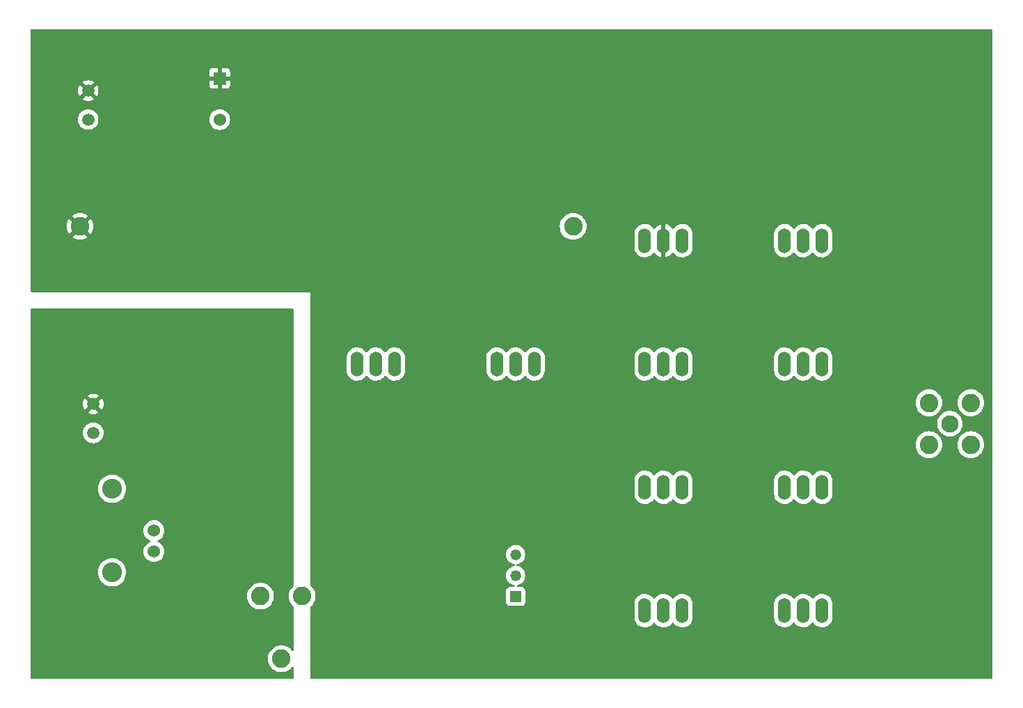
<source format=gbr>
%TF.GenerationSoftware,KiCad,Pcbnew,7.0.7*%
%TF.CreationDate,2024-05-31T20:05:00-04:00*%
%TF.ProjectId,HVHF_IIB,48564846-5f49-4494-922e-6b696361645f,rev?*%
%TF.SameCoordinates,Original*%
%TF.FileFunction,Copper,L4,Bot*%
%TF.FilePolarity,Positive*%
%FSLAX46Y46*%
G04 Gerber Fmt 4.6, Leading zero omitted, Abs format (unit mm)*
G04 Created by KiCad (PCBNEW 7.0.7) date 2024-05-31 20:05:00*
%MOMM*%
%LPD*%
G01*
G04 APERTURE LIST*
%TA.AperFunction,ComponentPad*%
%ADD10O,1.524000X3.048000*%
%TD*%
%TA.AperFunction,ComponentPad*%
%ADD11C,1.498600*%
%TD*%
%TA.AperFunction,ComponentPad*%
%ADD12C,2.100000*%
%TD*%
%TA.AperFunction,ComponentPad*%
%ADD13C,2.250000*%
%TD*%
%TA.AperFunction,ComponentPad*%
%ADD14R,1.524000X1.524000*%
%TD*%
%TA.AperFunction,ComponentPad*%
%ADD15C,1.524000*%
%TD*%
%TA.AperFunction,ComponentPad*%
%ADD16C,1.320800*%
%TD*%
%TA.AperFunction,ComponentPad*%
%ADD17R,1.320800X1.320800*%
%TD*%
%TA.AperFunction,ComponentPad*%
%ADD18C,2.413000*%
%TD*%
G04 APERTURE END LIST*
D10*
%TO.P,T5,1,E*%
%TO.N,Net-(T4-C)*%
X186286000Y-88730000D03*
%TO.P,T5,2,C*%
%TO.N,+VDC*%
X184000000Y-88730000D03*
%TO.P,T5,3,B*%
%TO.N,Net-(T4-B)*%
X181714000Y-88730000D03*
%TD*%
D11*
%TO.P,J2,1,1*%
%TO.N,+5V*%
X114620600Y-108608400D03*
%TO.P,J2,2,2*%
%TO.N,GND*%
X114620600Y-112108401D03*
%TD*%
D12*
%TO.P,J4,1*%
%TO.N,output*%
X218840000Y-111000000D03*
D13*
%TO.P,J4,S1*%
%TO.N,GND*%
X216290000Y-113550000D03*
X221390000Y-113550000D03*
X216290000Y-108450000D03*
X221390000Y-108450000D03*
%TD*%
D10*
%TO.P,T2,1,E*%
%TO.N,Net-(T1-C)*%
X168286000Y-103730000D03*
%TO.P,T2,2,C*%
%TO.N,Net-(D1-K)*%
X166000000Y-103730000D03*
%TO.P,T2,3,B*%
%TO.N,Net-(T2-B)*%
X163714000Y-103730000D03*
%TD*%
%TO.P,T6,1,E*%
%TO.N,Net-(T10-C)*%
X186286000Y-103730000D03*
%TO.P,T6,2,C*%
%TO.N,Net-(T6-C)*%
X184000000Y-103730000D03*
%TO.P,T6,3,B*%
%TO.N,Net-(T10-B)*%
X181714000Y-103730000D03*
%TD*%
%TO.P,T7,1,E*%
%TO.N,Net-(T11-C)*%
X186286000Y-118730000D03*
%TO.P,T7,2,C*%
%TO.N,Net-(T6-C)*%
X184000000Y-118730000D03*
%TO.P,T7,3,B*%
%TO.N,Net-(T11-B)*%
X181714000Y-118730000D03*
%TD*%
%TO.P,T4,1,E*%
%TO.N,GND*%
X203286000Y-88730000D03*
%TO.P,T4,2,C*%
%TO.N,Net-(T4-C)*%
X201000000Y-88730000D03*
%TO.P,T4,3,B*%
%TO.N,Net-(T4-B)*%
X198714000Y-88730000D03*
%TD*%
%TO.P,T9,1,E*%
%TO.N,Net-(T12-C)*%
X186286000Y-133730000D03*
%TO.P,T9,2,C*%
%TO.N,Net-(T6-C)*%
X184000000Y-133730000D03*
%TO.P,T9,3,B*%
%TO.N,Net-(T12-B)*%
X181714000Y-133730000D03*
%TD*%
%TO.P,T12,1,E*%
%TO.N,GND*%
X203286000Y-133730000D03*
%TO.P,T12,2,C*%
%TO.N,Net-(T12-C)*%
X201000000Y-133730000D03*
%TO.P,T12,3,B*%
%TO.N,Net-(T12-B)*%
X198714000Y-133730000D03*
%TD*%
D13*
%TO.P,C4,1*%
%TO.N,Net-(Q2-E)*%
X140040000Y-131960000D03*
X134960000Y-131960000D03*
%TO.P,C4,2*%
%TO.N,GND*%
X137500000Y-139580000D03*
%TD*%
D10*
%TO.P,T11,1,E*%
%TO.N,GND*%
X203286000Y-118730000D03*
%TO.P,T11,2,C*%
%TO.N,Net-(T11-C)*%
X201000000Y-118730000D03*
%TO.P,T11,3,B*%
%TO.N,Net-(T11-B)*%
X198714000Y-118730000D03*
%TD*%
D13*
%TO.P,R11,1*%
%TO.N,+VDC*%
X113000000Y-87000000D03*
%TO.P,R11,2*%
%TO.N,/FB1*%
X173000000Y-87000000D03*
%TD*%
D14*
%TO.P,C6,1*%
%TO.N,+VDC*%
X130000000Y-69000000D03*
D15*
%TO.P,C6,2*%
%TO.N,GND*%
X130000000Y-74003800D03*
%TD*%
D16*
%TO.P,R16,1,1*%
%TO.N,Net-(R15-Pad2)*%
X166000000Y-126920000D03*
%TO.P,R16,2,2*%
%TO.N,Net-(T8-B)*%
X166000000Y-129460000D03*
D17*
%TO.P,R16,3,3*%
%TO.N,GND*%
X166000000Y-132000000D03*
%TD*%
D10*
%TO.P,T10,1,E*%
%TO.N,GND*%
X203286000Y-103730000D03*
%TO.P,T10,2,C*%
%TO.N,Net-(T10-C)*%
X201000000Y-103730000D03*
%TO.P,T10,3,B*%
%TO.N,Net-(T10-B)*%
X198714000Y-103730000D03*
%TD*%
D11*
%TO.P,J1,1,1*%
%TO.N,+VDC*%
X114000000Y-70499999D03*
%TO.P,J1,2,2*%
%TO.N,GND*%
X114000000Y-74000000D03*
%TD*%
D15*
%TO.P,J3,1,1*%
%TO.N,input*%
X122000000Y-124000000D03*
%TO.P,J3,2,2*%
%TO.N,GND*%
X122000000Y-126540000D03*
D18*
%TO.P,J3,3*%
%TO.N,N/C*%
X116919891Y-129080000D03*
%TO.P,J3,4*%
X116919891Y-118920000D03*
%TD*%
D10*
%TO.P,T3,1,E*%
%TO.N,/FB1*%
X151286000Y-103730000D03*
%TO.P,T3,2,C*%
%TO.N,Net-(T3-C)*%
X149000000Y-103730000D03*
%TO.P,T3,3,B*%
%TO.N,/FB1*%
X146714000Y-103730000D03*
%TD*%
%TA.AperFunction,Conductor*%
%TO.N,+5V*%
G36*
X138943039Y-97019685D02*
G01*
X138988794Y-97072489D01*
X139000000Y-97124000D01*
X139000000Y-130653405D01*
X138980315Y-130720444D01*
X138956532Y-130747695D01*
X138887044Y-130807044D01*
X138720878Y-131001598D01*
X138720875Y-131001603D01*
X138587190Y-131219757D01*
X138587188Y-131219760D01*
X138489279Y-131456135D01*
X138429547Y-131704935D01*
X138409474Y-131960000D01*
X138429547Y-132215064D01*
X138489279Y-132463864D01*
X138587188Y-132700239D01*
X138587190Y-132700242D01*
X138720875Y-132918396D01*
X138720878Y-132918401D01*
X138803960Y-133015677D01*
X138887044Y-133112956D01*
X138956533Y-133172305D01*
X138994724Y-133230809D01*
X139000000Y-133266593D01*
X139000000Y-138497263D01*
X138980315Y-138564302D01*
X138927511Y-138610057D01*
X138858353Y-138620001D01*
X138794797Y-138590976D01*
X138781710Y-138577795D01*
X138725539Y-138512028D01*
X138652956Y-138427044D01*
X138546591Y-138336200D01*
X138458401Y-138260878D01*
X138458396Y-138260875D01*
X138240242Y-138127190D01*
X138240239Y-138127188D01*
X138003864Y-138029279D01*
X138003860Y-138029278D01*
X137755070Y-137969548D01*
X137755067Y-137969547D01*
X137755064Y-137969547D01*
X137500000Y-137949474D01*
X137244935Y-137969547D01*
X137244931Y-137969547D01*
X137244930Y-137969548D01*
X137120535Y-137999413D01*
X136996135Y-138029279D01*
X136759760Y-138127188D01*
X136759757Y-138127190D01*
X136541603Y-138260875D01*
X136541598Y-138260878D01*
X136347044Y-138427044D01*
X136180878Y-138621598D01*
X136180875Y-138621603D01*
X136047190Y-138839757D01*
X136047188Y-138839760D01*
X135949279Y-139076135D01*
X135889547Y-139324935D01*
X135869474Y-139580000D01*
X135889547Y-139835064D01*
X135949279Y-140083864D01*
X136047188Y-140320239D01*
X136047190Y-140320242D01*
X136180875Y-140538396D01*
X136180878Y-140538401D01*
X136217147Y-140580866D01*
X136347044Y-140732956D01*
X136471579Y-140839319D01*
X136541598Y-140899121D01*
X136541603Y-140899124D01*
X136759757Y-141032809D01*
X136759760Y-141032811D01*
X136996135Y-141130720D01*
X136996140Y-141130722D01*
X137244930Y-141190452D01*
X137500000Y-141210526D01*
X137755070Y-141190452D01*
X138003860Y-141130722D01*
X138122051Y-141081765D01*
X138240239Y-141032811D01*
X138240240Y-141032810D01*
X138240243Y-141032809D01*
X138458399Y-140899123D01*
X138652956Y-140732956D01*
X138781710Y-140582203D01*
X138840217Y-140544011D01*
X138910085Y-140543512D01*
X138969131Y-140580866D01*
X138998609Y-140644213D01*
X139000000Y-140662736D01*
X139000000Y-141875500D01*
X138980315Y-141942539D01*
X138927511Y-141988294D01*
X138876000Y-141999500D01*
X107124500Y-141999500D01*
X107057461Y-141979815D01*
X107011706Y-141927011D01*
X107000500Y-141875500D01*
X107000500Y-134500000D01*
X137499458Y-134500000D01*
X137499617Y-134500383D01*
X137500000Y-134500542D01*
X137500383Y-134500383D01*
X137500542Y-134500000D01*
X137500383Y-134499617D01*
X137500000Y-134499458D01*
X137499617Y-134499617D01*
X137499458Y-134500000D01*
X107000500Y-134500000D01*
X107000500Y-131960000D01*
X133329474Y-131960000D01*
X133349547Y-132215064D01*
X133409279Y-132463864D01*
X133507188Y-132700239D01*
X133507190Y-132700242D01*
X133640875Y-132918396D01*
X133640878Y-132918401D01*
X133716200Y-133006591D01*
X133807044Y-133112956D01*
X133886580Y-133180886D01*
X134001598Y-133279121D01*
X134001603Y-133279124D01*
X134219757Y-133412809D01*
X134219760Y-133412811D01*
X134456135Y-133510720D01*
X134456140Y-133510722D01*
X134704930Y-133570452D01*
X134960000Y-133590526D01*
X135215070Y-133570452D01*
X135463860Y-133510722D01*
X135582051Y-133461765D01*
X135700239Y-133412811D01*
X135700240Y-133412810D01*
X135700243Y-133412809D01*
X135918399Y-133279123D01*
X135977001Y-133229072D01*
X136229072Y-133229072D01*
X136229616Y-133230382D01*
X136229617Y-133230383D01*
X136230000Y-133230542D01*
X136230383Y-133230383D01*
X136230542Y-133230000D01*
X136230383Y-133229617D01*
X136230382Y-133229616D01*
X136229072Y-133229072D01*
X135977001Y-133229072D01*
X136033421Y-133180885D01*
X136097180Y-133152315D01*
X136166001Y-133162711D01*
X136151251Y-133118277D01*
X136168585Y-133050591D01*
X136180881Y-133033425D01*
X136279123Y-132918399D01*
X136412809Y-132700243D01*
X136510722Y-132463860D01*
X136570452Y-132215070D01*
X136590526Y-131960000D01*
X136570452Y-131704930D01*
X136510722Y-131456140D01*
X136510720Y-131456135D01*
X136412811Y-131219760D01*
X136412809Y-131219757D01*
X136279124Y-131001603D01*
X136279121Y-131001598D01*
X136219319Y-130931579D01*
X136112956Y-130807044D01*
X135956547Y-130673458D01*
X135918401Y-130640878D01*
X135918396Y-130640875D01*
X135700242Y-130507190D01*
X135700239Y-130507188D01*
X135463864Y-130409279D01*
X135463860Y-130409278D01*
X135215070Y-130349548D01*
X135215067Y-130349547D01*
X135215064Y-130349547D01*
X134960000Y-130329474D01*
X134704935Y-130349547D01*
X134704931Y-130349547D01*
X134704930Y-130349548D01*
X134580534Y-130379412D01*
X134456135Y-130409279D01*
X134219760Y-130507188D01*
X134219757Y-130507190D01*
X134001603Y-130640875D01*
X134001598Y-130640878D01*
X133807044Y-130807044D01*
X133640878Y-131001598D01*
X133640875Y-131001603D01*
X133507190Y-131219757D01*
X133507188Y-131219760D01*
X133409279Y-131456135D01*
X133349547Y-131704935D01*
X133329474Y-131960000D01*
X107000500Y-131960000D01*
X107000500Y-129080004D01*
X115208104Y-129080004D01*
X115227221Y-129335119D01*
X115227222Y-129335124D01*
X115284150Y-129584544D01*
X115284152Y-129584553D01*
X115284154Y-129584558D01*
X115377624Y-129822717D01*
X115505546Y-130044284D01*
X115634386Y-130205844D01*
X115665065Y-130244315D01*
X115756846Y-130329474D01*
X115852609Y-130418329D01*
X116063998Y-130562451D01*
X116294505Y-130673458D01*
X116538983Y-130748869D01*
X116538984Y-130748869D01*
X116538987Y-130748870D01*
X116791961Y-130786999D01*
X116791966Y-130786999D01*
X116791969Y-130787000D01*
X116791970Y-130787000D01*
X117047812Y-130787000D01*
X117047813Y-130787000D01*
X117047820Y-130786999D01*
X117300794Y-130748870D01*
X117300795Y-130748869D01*
X117300799Y-130748869D01*
X117545277Y-130673458D01*
X117775785Y-130562451D01*
X117987173Y-130418329D01*
X118174720Y-130244311D01*
X118334236Y-130044284D01*
X118462158Y-129822717D01*
X118555628Y-129584558D01*
X118612559Y-129335129D01*
X118631678Y-129080000D01*
X118612559Y-128824871D01*
X118555628Y-128575442D01*
X118462158Y-128337283D01*
X118334236Y-128115716D01*
X118174720Y-127915689D01*
X118174719Y-127915688D01*
X118174716Y-127915684D01*
X117987173Y-127741671D01*
X117987170Y-127741669D01*
X117775785Y-127597549D01*
X117775781Y-127597547D01*
X117775778Y-127597545D01*
X117775776Y-127597544D01*
X117545279Y-127486543D01*
X117545281Y-127486543D01*
X117300800Y-127411131D01*
X117300794Y-127411129D01*
X117047820Y-127373000D01*
X117047813Y-127373000D01*
X116791969Y-127373000D01*
X116791961Y-127373000D01*
X116538987Y-127411129D01*
X116538981Y-127411131D01*
X116294504Y-127486542D01*
X116064001Y-127597547D01*
X116063997Y-127597549D01*
X115852611Y-127741669D01*
X115665065Y-127915684D01*
X115505546Y-128115716D01*
X115377624Y-128337282D01*
X115284156Y-128575436D01*
X115284150Y-128575455D01*
X115227222Y-128824875D01*
X115227221Y-128824880D01*
X115208104Y-129079995D01*
X115208104Y-129080004D01*
X107000500Y-129080004D01*
X107000500Y-126540002D01*
X120732677Y-126540002D01*
X120751929Y-126760062D01*
X120751930Y-126760070D01*
X120809104Y-126973445D01*
X120809105Y-126973447D01*
X120809106Y-126973450D01*
X120902466Y-127173662D01*
X120902468Y-127173666D01*
X121029170Y-127354615D01*
X121029175Y-127354621D01*
X121185378Y-127510824D01*
X121185384Y-127510829D01*
X121366333Y-127637531D01*
X121366335Y-127637532D01*
X121366338Y-127637534D01*
X121566550Y-127730894D01*
X121779932Y-127788070D01*
X121937123Y-127801822D01*
X121999998Y-127807323D01*
X122000000Y-127807323D01*
X122000002Y-127807323D01*
X122055017Y-127802509D01*
X122220068Y-127788070D01*
X122433450Y-127730894D01*
X122633662Y-127637534D01*
X122814620Y-127510826D01*
X122970826Y-127354620D01*
X123097534Y-127173662D01*
X123190894Y-126973450D01*
X123248070Y-126760068D01*
X123267323Y-126540000D01*
X123248070Y-126319932D01*
X123190894Y-126106550D01*
X123097534Y-125906339D01*
X122970826Y-125725380D01*
X122814620Y-125569174D01*
X122814616Y-125569171D01*
X122814615Y-125569170D01*
X122633666Y-125442468D01*
X122633658Y-125442464D01*
X122504811Y-125382382D01*
X122452371Y-125336210D01*
X122433219Y-125269017D01*
X122453435Y-125202135D01*
X122504811Y-125157618D01*
X122510802Y-125154824D01*
X122633662Y-125097534D01*
X122814620Y-124970826D01*
X122970826Y-124814620D01*
X123097534Y-124633662D01*
X123190894Y-124433450D01*
X123248070Y-124220068D01*
X123267323Y-124000000D01*
X123248070Y-123779932D01*
X123190894Y-123566550D01*
X123097534Y-123366339D01*
X122970826Y-123185380D01*
X122814620Y-123029174D01*
X122814616Y-123029171D01*
X122814615Y-123029170D01*
X122633666Y-122902468D01*
X122633662Y-122902466D01*
X122633660Y-122902465D01*
X122433450Y-122809106D01*
X122433447Y-122809105D01*
X122433445Y-122809104D01*
X122220070Y-122751930D01*
X122220062Y-122751929D01*
X122000002Y-122732677D01*
X121999998Y-122732677D01*
X121779937Y-122751929D01*
X121779929Y-122751930D01*
X121566554Y-122809104D01*
X121566548Y-122809107D01*
X121366340Y-122902465D01*
X121366338Y-122902466D01*
X121185377Y-123029175D01*
X121029175Y-123185377D01*
X120902466Y-123366338D01*
X120902465Y-123366340D01*
X120809107Y-123566548D01*
X120809104Y-123566554D01*
X120751930Y-123779929D01*
X120751929Y-123779937D01*
X120732677Y-123999997D01*
X120732677Y-124000002D01*
X120751929Y-124220062D01*
X120751930Y-124220070D01*
X120809104Y-124433445D01*
X120809105Y-124433447D01*
X120809106Y-124433450D01*
X120902466Y-124633661D01*
X120902466Y-124633662D01*
X120902468Y-124633666D01*
X121029170Y-124814615D01*
X121029175Y-124814621D01*
X121185378Y-124970824D01*
X121185384Y-124970829D01*
X121366333Y-125097531D01*
X121366335Y-125097532D01*
X121366338Y-125097534D01*
X121485748Y-125153215D01*
X121495189Y-125157618D01*
X121547628Y-125203790D01*
X121566780Y-125270984D01*
X121546564Y-125337865D01*
X121495189Y-125382382D01*
X121366340Y-125442465D01*
X121366338Y-125442466D01*
X121185377Y-125569175D01*
X121029175Y-125725377D01*
X120902466Y-125906338D01*
X120902465Y-125906340D01*
X120809107Y-126106548D01*
X120809104Y-126106554D01*
X120751930Y-126319929D01*
X120751929Y-126319937D01*
X120732677Y-126539997D01*
X120732677Y-126540002D01*
X107000500Y-126540002D01*
X107000500Y-118920004D01*
X115208104Y-118920004D01*
X115227221Y-119175119D01*
X115227222Y-119175124D01*
X115284150Y-119424544D01*
X115284152Y-119424553D01*
X115284154Y-119424558D01*
X115377624Y-119662717D01*
X115505546Y-119884284D01*
X115634386Y-120045844D01*
X115665065Y-120084315D01*
X115775160Y-120186467D01*
X115852609Y-120258329D01*
X116063998Y-120402451D01*
X116294505Y-120513458D01*
X116538983Y-120588869D01*
X116538984Y-120588869D01*
X116538987Y-120588870D01*
X116791961Y-120626999D01*
X116791966Y-120626999D01*
X116791969Y-120627000D01*
X116791970Y-120627000D01*
X117047812Y-120627000D01*
X117047813Y-120627000D01*
X117047820Y-120626999D01*
X117300794Y-120588870D01*
X117300795Y-120588869D01*
X117300799Y-120588869D01*
X117545277Y-120513458D01*
X117775785Y-120402451D01*
X117987173Y-120258329D01*
X118174720Y-120084311D01*
X118334236Y-119884284D01*
X118462158Y-119662717D01*
X118555628Y-119424558D01*
X118612559Y-119175129D01*
X118631678Y-118920000D01*
X118612559Y-118664871D01*
X118555628Y-118415442D01*
X118462158Y-118177283D01*
X118334236Y-117955716D01*
X118174720Y-117755689D01*
X118174719Y-117755688D01*
X118174716Y-117755684D01*
X117987173Y-117581671D01*
X117987170Y-117581669D01*
X117775785Y-117437549D01*
X117775781Y-117437547D01*
X117775778Y-117437545D01*
X117775776Y-117437544D01*
X117545279Y-117326543D01*
X117545281Y-117326543D01*
X117300800Y-117251131D01*
X117300794Y-117251129D01*
X117047820Y-117213000D01*
X117047813Y-117213000D01*
X116791969Y-117213000D01*
X116791961Y-117213000D01*
X116538987Y-117251129D01*
X116538981Y-117251131D01*
X116294504Y-117326542D01*
X116064001Y-117437547D01*
X116063997Y-117437549D01*
X115852611Y-117581669D01*
X115665065Y-117755684D01*
X115505546Y-117955716D01*
X115377624Y-118177282D01*
X115284156Y-118415436D01*
X115284150Y-118415455D01*
X115227222Y-118664875D01*
X115227221Y-118664880D01*
X115208104Y-118919995D01*
X115208104Y-118920004D01*
X107000500Y-118920004D01*
X107000500Y-112108401D01*
X113366026Y-112108401D01*
X113385085Y-112326250D01*
X113385087Y-112326260D01*
X113441683Y-112537483D01*
X113441685Y-112537487D01*
X113441686Y-112537491D01*
X113487896Y-112636589D01*
X113534106Y-112735687D01*
X113534107Y-112735688D01*
X113659541Y-112914826D01*
X113814175Y-113069460D01*
X113993313Y-113194894D01*
X114191510Y-113287315D01*
X114402746Y-113343915D01*
X114577029Y-113359163D01*
X114620599Y-113362975D01*
X114620600Y-113362975D01*
X114620601Y-113362975D01*
X114656909Y-113359798D01*
X114838454Y-113343915D01*
X115049690Y-113287315D01*
X115247887Y-113194894D01*
X115427025Y-113069460D01*
X115581659Y-112914826D01*
X115707093Y-112735688D01*
X115799514Y-112537491D01*
X115856114Y-112326255D01*
X115875174Y-112108401D01*
X115856114Y-111890547D01*
X115799514Y-111679311D01*
X115707093Y-111481114D01*
X115581659Y-111301976D01*
X115427025Y-111147342D01*
X115247887Y-111021908D01*
X115247888Y-111021908D01*
X115247886Y-111021907D01*
X115148788Y-110975697D01*
X115049690Y-110929487D01*
X115049686Y-110929486D01*
X115049682Y-110929484D01*
X114838459Y-110872888D01*
X114838449Y-110872886D01*
X114620601Y-110853827D01*
X114620599Y-110853827D01*
X114402750Y-110872886D01*
X114402740Y-110872888D01*
X114191517Y-110929484D01*
X114191508Y-110929488D01*
X113993313Y-111021907D01*
X113873801Y-111105591D01*
X113814175Y-111147342D01*
X113814173Y-111147343D01*
X113814170Y-111147346D01*
X113659545Y-111301971D01*
X113534106Y-111481114D01*
X113441687Y-111679309D01*
X113441683Y-111679318D01*
X113385087Y-111890541D01*
X113385085Y-111890551D01*
X113366026Y-112108400D01*
X113366026Y-112108401D01*
X107000500Y-112108401D01*
X107000500Y-108608401D01*
X113366528Y-108608401D01*
X113385579Y-108826161D01*
X113385581Y-108826171D01*
X113442155Y-109037310D01*
X113442159Y-109037319D01*
X113534544Y-109235439D01*
X113577976Y-109297468D01*
X113577977Y-109297469D01*
X114015051Y-108860394D01*
X114076374Y-108826909D01*
X114146065Y-108831893D01*
X114201999Y-108873764D01*
X114207047Y-108881035D01*
X114242426Y-108936085D01*
X114242428Y-108936088D01*
X114350067Y-109029357D01*
X114356770Y-109035165D01*
X114354650Y-109037610D01*
X114390026Y-109078428D01*
X114399977Y-109147585D01*
X114370958Y-109211144D01*
X114364918Y-109217632D01*
X113931529Y-109651020D01*
X113931530Y-109651022D01*
X113993560Y-109694455D01*
X114191680Y-109786840D01*
X114191689Y-109786844D01*
X114402828Y-109843418D01*
X114402838Y-109843420D01*
X114620598Y-109862472D01*
X114620602Y-109862472D01*
X114838361Y-109843420D01*
X114838371Y-109843418D01*
X115049510Y-109786844D01*
X115049519Y-109786840D01*
X115247635Y-109694457D01*
X115309669Y-109651021D01*
X114876280Y-109217633D01*
X114842795Y-109156310D01*
X114847779Y-109086619D01*
X114885431Y-109036320D01*
X114884430Y-109035165D01*
X114891133Y-109029357D01*
X114998772Y-108936088D01*
X115034151Y-108881035D01*
X115086952Y-108835282D01*
X115156111Y-108825337D01*
X115219667Y-108854361D01*
X115226147Y-108860394D01*
X115663221Y-109297469D01*
X115706657Y-109235435D01*
X115799040Y-109037319D01*
X115799044Y-109037310D01*
X115855618Y-108826171D01*
X115855620Y-108826161D01*
X115874672Y-108608401D01*
X115874672Y-108608398D01*
X115855620Y-108390638D01*
X115855618Y-108390628D01*
X115799044Y-108179489D01*
X115799040Y-108179480D01*
X115706655Y-107981360D01*
X115663222Y-107919330D01*
X115663221Y-107919329D01*
X115226147Y-108356404D01*
X115164824Y-108389889D01*
X115095132Y-108384905D01*
X115039199Y-108343033D01*
X115034150Y-108335762D01*
X114998772Y-108280712D01*
X114891133Y-108187443D01*
X114891132Y-108187442D01*
X114884430Y-108181635D01*
X114886548Y-108179190D01*
X114851169Y-108138367D01*
X114841221Y-108069209D01*
X114870241Y-108005651D01*
X114876279Y-107999166D01*
X115309669Y-107565777D01*
X115309668Y-107565776D01*
X115247639Y-107522344D01*
X115049519Y-107429959D01*
X115049510Y-107429955D01*
X114838371Y-107373381D01*
X114838361Y-107373379D01*
X114620602Y-107354328D01*
X114620598Y-107354328D01*
X114402838Y-107373379D01*
X114402828Y-107373381D01*
X114191689Y-107429955D01*
X114191680Y-107429959D01*
X113993564Y-107522342D01*
X113931530Y-107565777D01*
X114364919Y-107999166D01*
X114398404Y-108060489D01*
X114393420Y-108130181D01*
X114355767Y-108180477D01*
X114356770Y-108181635D01*
X114242426Y-108280714D01*
X114242424Y-108280716D01*
X114207048Y-108335763D01*
X114154244Y-108381518D01*
X114085086Y-108391462D01*
X114021530Y-108362437D01*
X114015052Y-108356405D01*
X113577977Y-107919330D01*
X113534542Y-107981364D01*
X113442159Y-108179480D01*
X113442155Y-108179489D01*
X113385581Y-108390628D01*
X113385579Y-108390638D01*
X113366528Y-108608398D01*
X113366528Y-108608401D01*
X107000500Y-108608401D01*
X107000500Y-97124000D01*
X107020185Y-97056961D01*
X107072989Y-97011206D01*
X107124500Y-97000000D01*
X138876000Y-97000000D01*
X138943039Y-97019685D01*
G37*
%TD.AperFunction*%
%TD*%
%TA.AperFunction,Conductor*%
%TO.N,+VDC*%
G36*
X223942539Y-63020185D02*
G01*
X223988294Y-63072989D01*
X223999500Y-63124500D01*
X223999500Y-141875500D01*
X223979815Y-141942539D01*
X223927011Y-141988294D01*
X223875500Y-141999500D01*
X141124000Y-141999500D01*
X141056961Y-141979815D01*
X141011206Y-141927011D01*
X141000000Y-141875500D01*
X141000000Y-134548695D01*
X180451500Y-134548695D01*
X180466767Y-134718340D01*
X180527221Y-134937392D01*
X180527227Y-134937407D01*
X180625824Y-135142146D01*
X180625828Y-135142154D01*
X180759399Y-135325999D01*
X180759405Y-135326007D01*
X180910916Y-135470866D01*
X180923662Y-135483052D01*
X181021322Y-135547517D01*
X181113319Y-135608244D01*
X181113321Y-135608245D01*
X181113323Y-135608246D01*
X181322289Y-135697562D01*
X181543846Y-135748131D01*
X181770871Y-135758327D01*
X181996068Y-135727822D01*
X182212200Y-135657596D01*
X182412319Y-135549908D01*
X182589993Y-135408217D01*
X182739512Y-135237078D01*
X182752045Y-135216101D01*
X182803324Y-135168650D01*
X182872121Y-135156453D01*
X182936591Y-135183388D01*
X182958809Y-135206817D01*
X183045399Y-135325999D01*
X183045405Y-135326007D01*
X183196916Y-135470866D01*
X183209662Y-135483052D01*
X183307322Y-135547516D01*
X183399319Y-135608244D01*
X183399321Y-135608245D01*
X183399323Y-135608246D01*
X183608289Y-135697562D01*
X183829846Y-135748131D01*
X184056871Y-135758327D01*
X184282068Y-135727822D01*
X184498200Y-135657596D01*
X184698319Y-135549908D01*
X184875993Y-135408217D01*
X185025512Y-135237078D01*
X185038045Y-135216101D01*
X185089324Y-135168650D01*
X185158121Y-135156453D01*
X185222591Y-135183388D01*
X185244809Y-135206817D01*
X185331399Y-135325999D01*
X185331405Y-135326007D01*
X185482916Y-135470866D01*
X185495662Y-135483052D01*
X185593322Y-135547517D01*
X185685319Y-135608244D01*
X185685321Y-135608245D01*
X185685323Y-135608246D01*
X185894289Y-135697562D01*
X186115846Y-135748131D01*
X186342871Y-135758327D01*
X186568068Y-135727822D01*
X186784200Y-135657596D01*
X186984319Y-135549908D01*
X187161993Y-135408217D01*
X187311512Y-135237078D01*
X187428071Y-135041992D01*
X187507922Y-134829229D01*
X187524153Y-134739788D01*
X187548500Y-134605630D01*
X187548500Y-134548695D01*
X197451500Y-134548695D01*
X197466767Y-134718340D01*
X197527221Y-134937392D01*
X197527227Y-134937407D01*
X197625824Y-135142146D01*
X197625828Y-135142154D01*
X197759399Y-135325999D01*
X197759405Y-135326007D01*
X197910916Y-135470866D01*
X197923662Y-135483052D01*
X198021322Y-135547516D01*
X198113319Y-135608244D01*
X198113321Y-135608245D01*
X198113323Y-135608246D01*
X198322289Y-135697562D01*
X198543846Y-135748131D01*
X198770871Y-135758327D01*
X198996068Y-135727822D01*
X199212200Y-135657596D01*
X199412319Y-135549908D01*
X199589993Y-135408217D01*
X199739512Y-135237078D01*
X199752045Y-135216101D01*
X199803324Y-135168650D01*
X199872121Y-135156453D01*
X199936591Y-135183388D01*
X199958809Y-135206817D01*
X200045399Y-135325999D01*
X200045405Y-135326007D01*
X200196916Y-135470866D01*
X200209662Y-135483052D01*
X200307322Y-135547516D01*
X200399319Y-135608244D01*
X200399321Y-135608245D01*
X200399323Y-135608246D01*
X200608289Y-135697562D01*
X200829846Y-135748131D01*
X201056871Y-135758327D01*
X201282068Y-135727822D01*
X201498200Y-135657596D01*
X201698319Y-135549908D01*
X201875993Y-135408217D01*
X202025512Y-135237078D01*
X202038045Y-135216101D01*
X202089324Y-135168650D01*
X202158121Y-135156453D01*
X202222591Y-135183388D01*
X202244809Y-135206817D01*
X202331399Y-135325999D01*
X202331405Y-135326007D01*
X202482916Y-135470866D01*
X202495662Y-135483052D01*
X202593322Y-135547516D01*
X202685319Y-135608244D01*
X202685321Y-135608245D01*
X202685323Y-135608246D01*
X202894289Y-135697562D01*
X203115846Y-135748131D01*
X203342871Y-135758327D01*
X203568068Y-135727822D01*
X203784200Y-135657596D01*
X203984319Y-135549908D01*
X204161993Y-135408217D01*
X204311512Y-135237078D01*
X204428071Y-135041992D01*
X204507922Y-134829229D01*
X204524153Y-134739788D01*
X204548500Y-134605630D01*
X204548500Y-132911306D01*
X204548500Y-132911301D01*
X204533232Y-132741661D01*
X204533232Y-132741659D01*
X204472778Y-132522607D01*
X204472772Y-132522592D01*
X204374175Y-132317853D01*
X204374171Y-132317845D01*
X204240600Y-132134000D01*
X204240594Y-132133992D01*
X204076339Y-131976949D01*
X204076338Y-131976948D01*
X203975057Y-131910093D01*
X203886680Y-131851755D01*
X203834807Y-131829584D01*
X203677711Y-131762438D01*
X203677704Y-131762436D01*
X203677700Y-131762435D01*
X203456159Y-131711870D01*
X203456155Y-131711869D01*
X203456154Y-131711869D01*
X203456153Y-131711868D01*
X203456148Y-131711868D01*
X203229132Y-131701673D01*
X203229131Y-131701673D01*
X203229129Y-131701673D01*
X203116530Y-131716925D01*
X203003929Y-131732178D01*
X202787797Y-131802405D01*
X202587679Y-131910093D01*
X202410006Y-132051782D01*
X202260493Y-132222915D01*
X202260490Y-132222918D01*
X202247954Y-132243900D01*
X202196669Y-132291352D01*
X202127872Y-132303545D01*
X202063404Y-132276608D01*
X202041194Y-132253187D01*
X201954596Y-132133995D01*
X201954594Y-132133993D01*
X201954594Y-132133992D01*
X201790339Y-131976949D01*
X201790338Y-131976948D01*
X201689057Y-131910093D01*
X201600680Y-131851755D01*
X201548807Y-131829584D01*
X201391711Y-131762438D01*
X201391704Y-131762436D01*
X201391700Y-131762435D01*
X201170159Y-131711870D01*
X201170155Y-131711869D01*
X201170154Y-131711869D01*
X201170153Y-131711868D01*
X201170148Y-131711868D01*
X200943132Y-131701673D01*
X200943131Y-131701673D01*
X200943129Y-131701673D01*
X200830530Y-131716925D01*
X200717929Y-131732178D01*
X200501797Y-131802405D01*
X200301679Y-131910093D01*
X200124006Y-132051782D01*
X199974493Y-132222915D01*
X199974490Y-132222918D01*
X199961954Y-132243900D01*
X199910669Y-132291352D01*
X199841872Y-132303545D01*
X199777404Y-132276608D01*
X199755194Y-132253187D01*
X199668596Y-132133995D01*
X199668594Y-132133993D01*
X199668594Y-132133992D01*
X199504339Y-131976949D01*
X199504338Y-131976948D01*
X199403057Y-131910093D01*
X199314680Y-131851755D01*
X199262807Y-131829584D01*
X199105711Y-131762438D01*
X199105704Y-131762436D01*
X199105700Y-131762435D01*
X198884159Y-131711870D01*
X198884155Y-131711869D01*
X198884154Y-131711869D01*
X198884153Y-131711868D01*
X198884148Y-131711868D01*
X198657132Y-131701673D01*
X198657131Y-131701673D01*
X198657129Y-131701673D01*
X198544530Y-131716925D01*
X198431929Y-131732178D01*
X198215797Y-131802405D01*
X198015679Y-131910093D01*
X197838006Y-132051782D01*
X197688493Y-132222915D01*
X197688487Y-132222923D01*
X197571932Y-132418001D01*
X197571930Y-132418006D01*
X197492077Y-132630771D01*
X197492077Y-132630772D01*
X197451500Y-132854369D01*
X197451500Y-134548695D01*
X187548500Y-134548695D01*
X187548500Y-132911306D01*
X187548500Y-132911301D01*
X187533232Y-132741661D01*
X187533232Y-132741659D01*
X187472778Y-132522607D01*
X187472772Y-132522592D01*
X187374175Y-132317853D01*
X187374171Y-132317845D01*
X187240600Y-132134000D01*
X187240594Y-132133992D01*
X187076339Y-131976949D01*
X187076338Y-131976948D01*
X186975057Y-131910093D01*
X186886680Y-131851755D01*
X186834807Y-131829584D01*
X186677711Y-131762438D01*
X186677704Y-131762436D01*
X186677700Y-131762435D01*
X186456159Y-131711870D01*
X186456155Y-131711869D01*
X186456154Y-131711869D01*
X186456153Y-131711868D01*
X186456148Y-131711868D01*
X186229132Y-131701673D01*
X186229131Y-131701673D01*
X186229129Y-131701673D01*
X186116530Y-131716925D01*
X186003929Y-131732178D01*
X185787797Y-131802405D01*
X185587679Y-131910093D01*
X185410006Y-132051782D01*
X185260493Y-132222915D01*
X185260490Y-132222918D01*
X185247954Y-132243900D01*
X185196669Y-132291352D01*
X185127872Y-132303545D01*
X185063404Y-132276608D01*
X185041194Y-132253187D01*
X184954596Y-132133995D01*
X184954594Y-132133993D01*
X184954594Y-132133992D01*
X184790339Y-131976949D01*
X184790338Y-131976948D01*
X184689057Y-131910093D01*
X184600680Y-131851755D01*
X184548807Y-131829584D01*
X184391711Y-131762438D01*
X184391704Y-131762436D01*
X184391700Y-131762435D01*
X184170159Y-131711870D01*
X184170155Y-131711869D01*
X184170154Y-131711869D01*
X184170153Y-131711868D01*
X184170148Y-131711868D01*
X183943132Y-131701673D01*
X183943131Y-131701673D01*
X183943129Y-131701673D01*
X183830530Y-131716925D01*
X183717929Y-131732178D01*
X183501797Y-131802405D01*
X183301679Y-131910093D01*
X183124006Y-132051782D01*
X182974493Y-132222915D01*
X182974490Y-132222918D01*
X182961954Y-132243900D01*
X182910669Y-132291352D01*
X182841872Y-132303545D01*
X182777404Y-132276608D01*
X182755194Y-132253187D01*
X182668596Y-132133995D01*
X182668594Y-132133993D01*
X182668594Y-132133992D01*
X182504339Y-131976949D01*
X182504338Y-131976948D01*
X182403057Y-131910093D01*
X182314680Y-131851755D01*
X182262807Y-131829584D01*
X182105711Y-131762438D01*
X182105704Y-131762436D01*
X182105700Y-131762435D01*
X181884159Y-131711870D01*
X181884155Y-131711869D01*
X181884154Y-131711869D01*
X181884153Y-131711868D01*
X181884148Y-131711868D01*
X181657132Y-131701673D01*
X181657131Y-131701673D01*
X181657129Y-131701673D01*
X181544530Y-131716925D01*
X181431929Y-131732178D01*
X181215797Y-131802405D01*
X181015679Y-131910093D01*
X180838006Y-132051782D01*
X180688493Y-132222915D01*
X180688487Y-132222923D01*
X180571932Y-132418001D01*
X180571930Y-132418006D01*
X180492077Y-132630771D01*
X180492077Y-132630772D01*
X180451500Y-132854369D01*
X180451500Y-134548695D01*
X141000000Y-134548695D01*
X141000000Y-133334920D01*
X141019685Y-133267881D01*
X141043469Y-133240630D01*
X141098694Y-133193462D01*
X141192956Y-133112956D01*
X141359123Y-132918399D01*
X141492809Y-132700243D01*
X141590722Y-132463860D01*
X141650452Y-132215070D01*
X141670526Y-131960000D01*
X141650452Y-131704930D01*
X141590722Y-131456140D01*
X141590720Y-131456135D01*
X141492811Y-131219760D01*
X141492809Y-131219757D01*
X141492808Y-131219756D01*
X141359123Y-131001601D01*
X141359122Y-131001600D01*
X141359121Y-131001598D01*
X141299319Y-130931579D01*
X141192956Y-130807044D01*
X141064641Y-130697453D01*
X141043468Y-130679369D01*
X141005275Y-130620862D01*
X141000000Y-130585079D01*
X141000000Y-129460000D01*
X164834127Y-129460000D01*
X164853977Y-129674228D01*
X164912855Y-129881159D01*
X164912860Y-129881172D01*
X165008751Y-130073746D01*
X165008753Y-130073749D01*
X165008755Y-130073753D01*
X165138409Y-130245444D01*
X165138412Y-130245446D01*
X165138414Y-130245449D01*
X165297402Y-130390385D01*
X165297404Y-130390386D01*
X165297405Y-130390387D01*
X165480326Y-130503647D01*
X165680944Y-130581367D01*
X165744311Y-130593212D01*
X165806590Y-130624879D01*
X165841864Y-130685191D01*
X165838931Y-130754999D01*
X165798722Y-130812139D01*
X165734004Y-130838470D01*
X165721525Y-130839100D01*
X165291729Y-130839100D01*
X165291723Y-130839101D01*
X165232116Y-130845508D01*
X165097271Y-130895802D01*
X165097264Y-130895806D01*
X164982055Y-130982052D01*
X164982052Y-130982055D01*
X164895806Y-131097264D01*
X164895802Y-131097271D01*
X164845508Y-131232117D01*
X164839101Y-131291716D01*
X164839101Y-131291723D01*
X164839100Y-131291735D01*
X164839100Y-132708270D01*
X164839101Y-132708276D01*
X164845508Y-132767883D01*
X164895802Y-132902728D01*
X164895806Y-132902735D01*
X164982052Y-133017944D01*
X164982055Y-133017947D01*
X165097264Y-133104193D01*
X165097271Y-133104197D01*
X165232117Y-133154491D01*
X165232116Y-133154491D01*
X165239044Y-133155235D01*
X165291727Y-133160900D01*
X166708272Y-133160899D01*
X166767883Y-133154491D01*
X166902731Y-133104196D01*
X167017946Y-133017946D01*
X167104196Y-132902731D01*
X167154491Y-132767883D01*
X167160900Y-132708273D01*
X167160899Y-131291728D01*
X167154491Y-131232117D01*
X167149882Y-131219760D01*
X167104197Y-131097271D01*
X167104193Y-131097264D01*
X167017947Y-130982055D01*
X167017944Y-130982052D01*
X166902735Y-130895806D01*
X166902728Y-130895802D01*
X166767882Y-130845508D01*
X166767883Y-130845508D01*
X166708283Y-130839101D01*
X166708281Y-130839100D01*
X166708273Y-130839100D01*
X166708265Y-130839100D01*
X166278476Y-130839100D01*
X166211437Y-130819415D01*
X166165682Y-130766611D01*
X166155738Y-130697453D01*
X166184763Y-130633897D01*
X166243541Y-130596123D01*
X166255677Y-130593214D01*
X166319056Y-130581367D01*
X166519674Y-130503647D01*
X166702595Y-130390387D01*
X166861591Y-130245444D01*
X166991245Y-130073753D01*
X167087144Y-129881162D01*
X167146022Y-129674229D01*
X167165873Y-129460000D01*
X167146022Y-129245771D01*
X167087144Y-129038838D01*
X166991245Y-128846247D01*
X166861591Y-128674556D01*
X166861587Y-128674552D01*
X166861585Y-128674550D01*
X166702597Y-128529614D01*
X166662811Y-128504979D01*
X166519674Y-128416353D01*
X166319056Y-128338633D01*
X166175983Y-128311888D01*
X166113704Y-128280221D01*
X166078431Y-128219908D01*
X166081365Y-128150100D01*
X166121574Y-128092960D01*
X166175982Y-128068111D01*
X166319056Y-128041367D01*
X166519674Y-127963647D01*
X166702595Y-127850387D01*
X166861591Y-127705444D01*
X166991245Y-127533753D01*
X167087144Y-127341162D01*
X167146022Y-127134229D01*
X167165873Y-126920000D01*
X167146022Y-126705771D01*
X167087144Y-126498838D01*
X166991245Y-126306247D01*
X166861591Y-126134556D01*
X166861587Y-126134552D01*
X166861585Y-126134550D01*
X166702597Y-125989614D01*
X166662811Y-125964979D01*
X166519674Y-125876353D01*
X166319056Y-125798633D01*
X166107573Y-125759100D01*
X165892427Y-125759100D01*
X165680944Y-125798633D01*
X165554075Y-125847782D01*
X165480328Y-125876352D01*
X165480327Y-125876352D01*
X165297402Y-125989614D01*
X165138414Y-126134550D01*
X165138407Y-126134558D01*
X165008760Y-126306239D01*
X165008751Y-126306253D01*
X164912860Y-126498827D01*
X164912855Y-126498840D01*
X164853977Y-126705771D01*
X164834127Y-126919999D01*
X164834127Y-126920000D01*
X164853977Y-127134228D01*
X164912855Y-127341159D01*
X164912860Y-127341172D01*
X165008751Y-127533746D01*
X165008753Y-127533749D01*
X165008755Y-127533753D01*
X165138409Y-127705444D01*
X165138412Y-127705446D01*
X165138414Y-127705449D01*
X165297402Y-127850385D01*
X165297404Y-127850386D01*
X165297405Y-127850387D01*
X165480326Y-127963647D01*
X165680944Y-128041367D01*
X165824015Y-128068111D01*
X165886295Y-128099779D01*
X165921568Y-128160092D01*
X165918634Y-128229900D01*
X165878425Y-128287040D01*
X165824015Y-128311888D01*
X165680944Y-128338633D01*
X165554075Y-128387782D01*
X165480328Y-128416352D01*
X165480327Y-128416352D01*
X165297402Y-128529614D01*
X165138414Y-128674550D01*
X165138407Y-128674558D01*
X165008760Y-128846239D01*
X165008751Y-128846253D01*
X164912860Y-129038827D01*
X164912855Y-129038840D01*
X164853977Y-129245771D01*
X164834127Y-129459999D01*
X164834127Y-129460000D01*
X141000000Y-129460000D01*
X141000000Y-119548695D01*
X180451500Y-119548695D01*
X180466767Y-119718340D01*
X180527221Y-119937392D01*
X180527227Y-119937407D01*
X180625824Y-120142146D01*
X180625828Y-120142154D01*
X180759399Y-120325999D01*
X180759405Y-120326007D01*
X180910916Y-120470866D01*
X180923662Y-120483052D01*
X181021322Y-120547517D01*
X181113319Y-120608244D01*
X181113321Y-120608245D01*
X181113323Y-120608246D01*
X181322289Y-120697562D01*
X181543846Y-120748131D01*
X181770871Y-120758327D01*
X181996068Y-120727822D01*
X182212200Y-120657596D01*
X182412319Y-120549908D01*
X182589993Y-120408217D01*
X182739512Y-120237078D01*
X182752045Y-120216101D01*
X182803324Y-120168650D01*
X182872121Y-120156453D01*
X182936591Y-120183388D01*
X182958809Y-120206817D01*
X183045399Y-120325999D01*
X183045405Y-120326007D01*
X183196916Y-120470866D01*
X183209662Y-120483052D01*
X183307322Y-120547517D01*
X183399319Y-120608244D01*
X183399321Y-120608245D01*
X183399323Y-120608246D01*
X183608289Y-120697562D01*
X183829846Y-120748131D01*
X184056871Y-120758327D01*
X184282068Y-120727822D01*
X184498200Y-120657596D01*
X184698319Y-120549908D01*
X184875993Y-120408217D01*
X185025512Y-120237078D01*
X185038045Y-120216101D01*
X185089324Y-120168650D01*
X185158121Y-120156453D01*
X185222591Y-120183388D01*
X185244809Y-120206817D01*
X185331399Y-120325999D01*
X185331405Y-120326007D01*
X185482916Y-120470866D01*
X185495662Y-120483052D01*
X185593322Y-120547516D01*
X185685319Y-120608244D01*
X185685321Y-120608245D01*
X185685323Y-120608246D01*
X185894289Y-120697562D01*
X186115846Y-120748131D01*
X186342871Y-120758327D01*
X186568068Y-120727822D01*
X186784200Y-120657596D01*
X186984319Y-120549908D01*
X187161993Y-120408217D01*
X187311512Y-120237078D01*
X187428071Y-120041992D01*
X187507922Y-119829229D01*
X187524153Y-119739788D01*
X187548500Y-119605630D01*
X187548500Y-119548695D01*
X197451500Y-119548695D01*
X197466767Y-119718340D01*
X197527221Y-119937392D01*
X197527227Y-119937407D01*
X197625824Y-120142146D01*
X197625828Y-120142154D01*
X197759399Y-120325999D01*
X197759405Y-120326007D01*
X197910916Y-120470866D01*
X197923662Y-120483052D01*
X198021322Y-120547516D01*
X198113319Y-120608244D01*
X198113321Y-120608245D01*
X198113323Y-120608246D01*
X198322289Y-120697562D01*
X198543846Y-120748131D01*
X198770871Y-120758327D01*
X198996068Y-120727822D01*
X199212200Y-120657596D01*
X199412319Y-120549908D01*
X199589993Y-120408217D01*
X199739512Y-120237078D01*
X199752045Y-120216101D01*
X199803324Y-120168650D01*
X199872121Y-120156453D01*
X199936591Y-120183388D01*
X199958809Y-120206817D01*
X200045399Y-120325999D01*
X200045405Y-120326007D01*
X200196916Y-120470866D01*
X200209662Y-120483052D01*
X200307322Y-120547516D01*
X200399319Y-120608244D01*
X200399321Y-120608245D01*
X200399323Y-120608246D01*
X200608289Y-120697562D01*
X200829846Y-120748131D01*
X201056871Y-120758327D01*
X201282068Y-120727822D01*
X201498200Y-120657596D01*
X201698319Y-120549908D01*
X201875993Y-120408217D01*
X202025512Y-120237078D01*
X202038045Y-120216101D01*
X202089324Y-120168650D01*
X202158121Y-120156453D01*
X202222591Y-120183388D01*
X202244809Y-120206817D01*
X202331399Y-120325999D01*
X202331405Y-120326007D01*
X202482916Y-120470866D01*
X202495662Y-120483052D01*
X202593322Y-120547517D01*
X202685319Y-120608244D01*
X202685321Y-120608245D01*
X202685323Y-120608246D01*
X202894289Y-120697562D01*
X203115846Y-120748131D01*
X203342871Y-120758327D01*
X203568068Y-120727822D01*
X203784200Y-120657596D01*
X203984319Y-120549908D01*
X204161993Y-120408217D01*
X204311512Y-120237078D01*
X204428071Y-120041992D01*
X204507922Y-119829229D01*
X204524153Y-119739788D01*
X204548500Y-119605630D01*
X204548500Y-117911306D01*
X204548500Y-117911301D01*
X204533232Y-117741661D01*
X204533232Y-117741659D01*
X204472778Y-117522607D01*
X204472772Y-117522592D01*
X204374175Y-117317853D01*
X204374171Y-117317845D01*
X204240600Y-117134000D01*
X204240594Y-117133992D01*
X204076339Y-116976949D01*
X204076338Y-116976948D01*
X203975057Y-116910093D01*
X203886680Y-116851755D01*
X203834807Y-116829584D01*
X203677711Y-116762438D01*
X203677704Y-116762436D01*
X203677700Y-116762435D01*
X203456159Y-116711870D01*
X203456155Y-116711869D01*
X203456154Y-116711869D01*
X203456153Y-116711868D01*
X203456148Y-116711868D01*
X203229132Y-116701673D01*
X203229131Y-116701673D01*
X203229129Y-116701673D01*
X203116530Y-116716925D01*
X203003929Y-116732178D01*
X202787797Y-116802405D01*
X202587679Y-116910093D01*
X202410006Y-117051782D01*
X202260493Y-117222915D01*
X202260490Y-117222918D01*
X202247954Y-117243900D01*
X202196669Y-117291352D01*
X202127872Y-117303545D01*
X202063404Y-117276608D01*
X202041194Y-117253187D01*
X201954596Y-117133995D01*
X201954594Y-117133993D01*
X201954594Y-117133992D01*
X201790339Y-116976949D01*
X201790338Y-116976948D01*
X201689057Y-116910093D01*
X201600680Y-116851755D01*
X201548807Y-116829584D01*
X201391711Y-116762438D01*
X201391704Y-116762436D01*
X201391700Y-116762435D01*
X201170159Y-116711870D01*
X201170155Y-116711869D01*
X201170154Y-116711869D01*
X201170153Y-116711868D01*
X201170148Y-116711868D01*
X200943132Y-116701673D01*
X200943131Y-116701673D01*
X200943129Y-116701673D01*
X200830530Y-116716925D01*
X200717929Y-116732178D01*
X200501797Y-116802405D01*
X200301679Y-116910093D01*
X200124006Y-117051782D01*
X199974493Y-117222915D01*
X199974490Y-117222918D01*
X199961954Y-117243900D01*
X199910669Y-117291352D01*
X199841872Y-117303545D01*
X199777404Y-117276608D01*
X199755194Y-117253187D01*
X199668596Y-117133995D01*
X199668594Y-117133993D01*
X199668594Y-117133992D01*
X199504339Y-116976949D01*
X199504338Y-116976948D01*
X199403057Y-116910093D01*
X199314680Y-116851755D01*
X199262807Y-116829584D01*
X199105711Y-116762438D01*
X199105704Y-116762436D01*
X199105700Y-116762435D01*
X198884159Y-116711870D01*
X198884155Y-116711869D01*
X198884154Y-116711869D01*
X198884153Y-116711868D01*
X198884148Y-116711868D01*
X198657132Y-116701673D01*
X198657131Y-116701673D01*
X198657129Y-116701673D01*
X198544530Y-116716925D01*
X198431929Y-116732178D01*
X198215797Y-116802405D01*
X198015679Y-116910093D01*
X197838006Y-117051782D01*
X197688493Y-117222915D01*
X197688487Y-117222923D01*
X197571932Y-117418001D01*
X197571930Y-117418006D01*
X197492077Y-117630771D01*
X197492077Y-117630772D01*
X197451500Y-117854369D01*
X197451500Y-119548695D01*
X187548500Y-119548695D01*
X187548500Y-117911306D01*
X187548500Y-117911301D01*
X187533232Y-117741661D01*
X187533232Y-117741659D01*
X187472778Y-117522607D01*
X187472772Y-117522592D01*
X187374175Y-117317853D01*
X187374171Y-117317845D01*
X187240600Y-117134000D01*
X187240594Y-117133992D01*
X187076339Y-116976949D01*
X187076338Y-116976948D01*
X186975057Y-116910093D01*
X186886680Y-116851755D01*
X186834807Y-116829584D01*
X186677711Y-116762438D01*
X186677704Y-116762436D01*
X186677700Y-116762435D01*
X186456159Y-116711870D01*
X186456155Y-116711869D01*
X186456154Y-116711869D01*
X186456153Y-116711868D01*
X186456148Y-116711868D01*
X186229132Y-116701673D01*
X186229131Y-116701673D01*
X186229129Y-116701673D01*
X186116530Y-116716925D01*
X186003929Y-116732178D01*
X185787797Y-116802405D01*
X185587679Y-116910093D01*
X185410006Y-117051782D01*
X185260493Y-117222915D01*
X185260490Y-117222918D01*
X185247954Y-117243900D01*
X185196669Y-117291352D01*
X185127872Y-117303545D01*
X185063404Y-117276608D01*
X185041194Y-117253187D01*
X184954596Y-117133995D01*
X184954594Y-117133993D01*
X184954594Y-117133992D01*
X184790339Y-116976949D01*
X184790338Y-116976948D01*
X184689057Y-116910093D01*
X184600680Y-116851755D01*
X184548807Y-116829584D01*
X184391711Y-116762438D01*
X184391704Y-116762436D01*
X184391700Y-116762435D01*
X184170159Y-116711870D01*
X184170155Y-116711869D01*
X184170154Y-116711869D01*
X184170153Y-116711868D01*
X184170148Y-116711868D01*
X183943132Y-116701673D01*
X183943131Y-116701673D01*
X183943129Y-116701673D01*
X183830530Y-116716925D01*
X183717929Y-116732178D01*
X183501797Y-116802405D01*
X183301679Y-116910093D01*
X183124006Y-117051782D01*
X182974493Y-117222915D01*
X182974490Y-117222918D01*
X182961954Y-117243900D01*
X182910669Y-117291352D01*
X182841872Y-117303545D01*
X182777404Y-117276608D01*
X182755194Y-117253187D01*
X182668596Y-117133995D01*
X182668594Y-117133993D01*
X182668594Y-117133992D01*
X182504339Y-116976949D01*
X182504338Y-116976948D01*
X182403057Y-116910093D01*
X182314680Y-116851755D01*
X182262807Y-116829584D01*
X182105711Y-116762438D01*
X182105704Y-116762436D01*
X182105700Y-116762435D01*
X181884159Y-116711870D01*
X181884155Y-116711869D01*
X181884154Y-116711869D01*
X181884153Y-116711868D01*
X181884148Y-116711868D01*
X181657132Y-116701673D01*
X181657131Y-116701673D01*
X181657129Y-116701673D01*
X181544530Y-116716925D01*
X181431929Y-116732178D01*
X181215797Y-116802405D01*
X181015679Y-116910093D01*
X180838006Y-117051782D01*
X180688493Y-117222915D01*
X180688487Y-117222923D01*
X180571932Y-117418001D01*
X180571930Y-117418006D01*
X180492077Y-117630771D01*
X180492077Y-117630772D01*
X180451500Y-117854369D01*
X180451500Y-119548695D01*
X141000000Y-119548695D01*
X141000000Y-113550000D01*
X214659474Y-113550000D01*
X214679547Y-113805064D01*
X214739279Y-114053864D01*
X214837188Y-114290239D01*
X214837190Y-114290242D01*
X214970875Y-114508396D01*
X214970878Y-114508401D01*
X215046200Y-114596591D01*
X215137044Y-114702956D01*
X215261579Y-114809319D01*
X215331598Y-114869121D01*
X215331603Y-114869124D01*
X215549757Y-115002809D01*
X215549760Y-115002811D01*
X215786135Y-115100720D01*
X215786140Y-115100722D01*
X216034930Y-115160452D01*
X216290000Y-115180526D01*
X216545070Y-115160452D01*
X216793860Y-115100722D01*
X216912051Y-115051765D01*
X217030239Y-115002811D01*
X217030240Y-115002810D01*
X217030243Y-115002809D01*
X217248399Y-114869123D01*
X217442956Y-114702956D01*
X217609123Y-114508399D01*
X217742809Y-114290243D01*
X217840722Y-114053860D01*
X217900452Y-113805070D01*
X217920526Y-113550000D01*
X219759474Y-113550000D01*
X219779547Y-113805064D01*
X219839279Y-114053864D01*
X219937188Y-114290239D01*
X219937190Y-114290242D01*
X220070875Y-114508396D01*
X220070878Y-114508401D01*
X220146200Y-114596591D01*
X220237044Y-114702956D01*
X220361579Y-114809319D01*
X220431598Y-114869121D01*
X220431603Y-114869124D01*
X220649757Y-115002809D01*
X220649760Y-115002811D01*
X220886135Y-115100720D01*
X220886140Y-115100722D01*
X221134930Y-115160452D01*
X221390000Y-115180526D01*
X221645070Y-115160452D01*
X221893860Y-115100722D01*
X222012051Y-115051765D01*
X222130239Y-115002811D01*
X222130240Y-115002810D01*
X222130243Y-115002809D01*
X222348399Y-114869123D01*
X222542956Y-114702956D01*
X222709123Y-114508399D01*
X222842809Y-114290243D01*
X222940722Y-114053860D01*
X223000452Y-113805070D01*
X223020526Y-113550000D01*
X223000452Y-113294930D01*
X222940722Y-113046140D01*
X222886330Y-112914826D01*
X222842811Y-112809760D01*
X222842809Y-112809757D01*
X222709123Y-112591601D01*
X222709122Y-112591600D01*
X222709121Y-112591598D01*
X222649319Y-112521579D01*
X222542956Y-112397044D01*
X222380462Y-112258261D01*
X222348401Y-112230878D01*
X222348396Y-112230875D01*
X222130242Y-112097190D01*
X222130239Y-112097188D01*
X221893864Y-111999279D01*
X221893860Y-111999278D01*
X221645070Y-111939548D01*
X221645067Y-111939547D01*
X221645064Y-111939547D01*
X221390000Y-111919474D01*
X221134935Y-111939547D01*
X221134931Y-111939547D01*
X221134930Y-111939548D01*
X221010534Y-111969413D01*
X220886135Y-111999279D01*
X220649760Y-112097188D01*
X220649757Y-112097190D01*
X220431603Y-112230875D01*
X220431598Y-112230878D01*
X220237044Y-112397044D01*
X220070878Y-112591598D01*
X220070875Y-112591603D01*
X219937190Y-112809757D01*
X219937188Y-112809760D01*
X219839279Y-113046135D01*
X219779547Y-113294935D01*
X219759474Y-113550000D01*
X217920526Y-113550000D01*
X217900452Y-113294930D01*
X217840722Y-113046140D01*
X217786330Y-112914826D01*
X217742811Y-112809760D01*
X217742809Y-112809757D01*
X217742808Y-112809756D01*
X217609123Y-112591601D01*
X217609122Y-112591600D01*
X217609121Y-112591598D01*
X217549319Y-112521579D01*
X217442956Y-112397044D01*
X217280462Y-112258261D01*
X217248401Y-112230878D01*
X217248396Y-112230875D01*
X217030242Y-112097190D01*
X217030239Y-112097188D01*
X216793864Y-111999279D01*
X216793860Y-111999278D01*
X216545070Y-111939548D01*
X216545067Y-111939547D01*
X216545064Y-111939547D01*
X216290000Y-111919474D01*
X216034935Y-111939547D01*
X216034931Y-111939547D01*
X216034930Y-111939548D01*
X215910534Y-111969413D01*
X215786135Y-111999279D01*
X215549760Y-112097188D01*
X215549757Y-112097190D01*
X215331603Y-112230875D01*
X215331598Y-112230878D01*
X215137044Y-112397044D01*
X214970878Y-112591598D01*
X214970875Y-112591603D01*
X214837190Y-112809757D01*
X214837188Y-112809760D01*
X214739279Y-113046135D01*
X214679547Y-113294935D01*
X214659474Y-113550000D01*
X141000000Y-113550000D01*
X141000000Y-111000000D01*
X217284706Y-111000000D01*
X217303853Y-111243297D01*
X217360830Y-111480619D01*
X217454222Y-111706089D01*
X217581737Y-111914173D01*
X217581738Y-111914176D01*
X217581741Y-111914179D01*
X217740241Y-112099759D01*
X217883897Y-112222453D01*
X217925823Y-112258261D01*
X217925826Y-112258262D01*
X218133910Y-112385777D01*
X218359381Y-112479169D01*
X218359378Y-112479169D01*
X218359384Y-112479170D01*
X218359388Y-112479172D01*
X218596698Y-112536146D01*
X218840000Y-112555294D01*
X219083302Y-112536146D01*
X219320612Y-112479172D01*
X219546089Y-112385777D01*
X219754179Y-112258259D01*
X219939759Y-112099759D01*
X220098259Y-111914179D01*
X220225777Y-111706089D01*
X220319172Y-111480612D01*
X220376146Y-111243302D01*
X220395294Y-111000000D01*
X220376146Y-110756698D01*
X220319172Y-110519388D01*
X220225777Y-110293911D01*
X220225777Y-110293910D01*
X220098262Y-110085826D01*
X220098261Y-110085823D01*
X220062453Y-110043897D01*
X219939759Y-109900241D01*
X219807538Y-109787314D01*
X219754176Y-109741738D01*
X219754173Y-109741737D01*
X219546089Y-109614222D01*
X219320618Y-109520830D01*
X219320621Y-109520830D01*
X219214992Y-109495470D01*
X219083302Y-109463854D01*
X219083300Y-109463853D01*
X219083297Y-109463853D01*
X218840000Y-109444706D01*
X218596702Y-109463853D01*
X218359380Y-109520830D01*
X218133910Y-109614222D01*
X217925826Y-109741737D01*
X217925823Y-109741738D01*
X217740241Y-109900241D01*
X217581738Y-110085823D01*
X217581737Y-110085826D01*
X217454222Y-110293910D01*
X217360830Y-110519380D01*
X217303853Y-110756702D01*
X217284706Y-111000000D01*
X141000000Y-111000000D01*
X141000000Y-108449999D01*
X214659474Y-108449999D01*
X214679547Y-108705064D01*
X214739279Y-108953864D01*
X214837188Y-109190239D01*
X214837190Y-109190242D01*
X214970875Y-109408396D01*
X214970878Y-109408401D01*
X214976365Y-109414825D01*
X215137044Y-109602956D01*
X215244689Y-109694893D01*
X215331598Y-109769121D01*
X215331603Y-109769124D01*
X215549757Y-109902809D01*
X215549760Y-109902811D01*
X215786135Y-110000720D01*
X215786140Y-110000722D01*
X216034930Y-110060452D01*
X216290000Y-110080526D01*
X216545070Y-110060452D01*
X216793860Y-110000722D01*
X216912051Y-109951765D01*
X217030239Y-109902811D01*
X217030240Y-109902810D01*
X217030243Y-109902809D01*
X217248399Y-109769123D01*
X217442956Y-109602956D01*
X217609123Y-109408399D01*
X217742809Y-109190243D01*
X217840722Y-108953860D01*
X217900452Y-108705070D01*
X217920526Y-108450000D01*
X217920526Y-108449999D01*
X219759474Y-108449999D01*
X219779547Y-108705064D01*
X219839279Y-108953864D01*
X219937188Y-109190239D01*
X219937190Y-109190242D01*
X220070875Y-109408396D01*
X220070878Y-109408401D01*
X220076365Y-109414825D01*
X220237044Y-109602956D01*
X220344689Y-109694893D01*
X220431598Y-109769121D01*
X220431603Y-109769124D01*
X220649757Y-109902809D01*
X220649760Y-109902811D01*
X220886135Y-110000720D01*
X220886140Y-110000722D01*
X221134930Y-110060452D01*
X221390000Y-110080526D01*
X221645070Y-110060452D01*
X221893860Y-110000722D01*
X222012051Y-109951765D01*
X222130239Y-109902811D01*
X222130240Y-109902810D01*
X222130243Y-109902809D01*
X222348399Y-109769123D01*
X222542956Y-109602956D01*
X222709123Y-109408399D01*
X222842809Y-109190243D01*
X222940722Y-108953860D01*
X223000452Y-108705070D01*
X223020526Y-108450000D01*
X223000452Y-108194930D01*
X222940722Y-107946140D01*
X222881007Y-107801975D01*
X222842811Y-107709760D01*
X222842809Y-107709757D01*
X222804560Y-107647341D01*
X222709123Y-107491601D01*
X222709122Y-107491600D01*
X222709121Y-107491598D01*
X222591452Y-107353826D01*
X222542956Y-107297044D01*
X222436591Y-107206200D01*
X222348401Y-107130878D01*
X222348396Y-107130875D01*
X222130242Y-106997190D01*
X222130239Y-106997188D01*
X221893864Y-106899279D01*
X221893860Y-106899278D01*
X221645070Y-106839548D01*
X221645067Y-106839547D01*
X221645064Y-106839547D01*
X221390000Y-106819474D01*
X221134935Y-106839547D01*
X221134931Y-106839547D01*
X221134930Y-106839548D01*
X221010534Y-106869412D01*
X220886135Y-106899279D01*
X220649760Y-106997188D01*
X220649757Y-106997190D01*
X220431603Y-107130875D01*
X220431598Y-107130878D01*
X220237044Y-107297044D01*
X220070878Y-107491598D01*
X220070875Y-107491603D01*
X219937190Y-107709757D01*
X219937188Y-107709760D01*
X219839279Y-107946135D01*
X219779547Y-108194935D01*
X219759474Y-108449999D01*
X217920526Y-108449999D01*
X217900452Y-108194930D01*
X217840722Y-107946140D01*
X217781007Y-107801975D01*
X217742811Y-107709760D01*
X217742809Y-107709757D01*
X217704560Y-107647341D01*
X217609123Y-107491601D01*
X217609122Y-107491600D01*
X217609121Y-107491598D01*
X217491452Y-107353826D01*
X217442956Y-107297044D01*
X217336591Y-107206200D01*
X217248401Y-107130878D01*
X217248396Y-107130875D01*
X217030242Y-106997190D01*
X217030239Y-106997188D01*
X216793864Y-106899279D01*
X216793860Y-106899278D01*
X216545070Y-106839548D01*
X216545067Y-106839547D01*
X216545064Y-106839547D01*
X216290000Y-106819474D01*
X216034935Y-106839547D01*
X216034931Y-106839547D01*
X216034930Y-106839548D01*
X215910534Y-106869413D01*
X215786135Y-106899279D01*
X215549760Y-106997188D01*
X215549757Y-106997190D01*
X215331603Y-107130875D01*
X215331598Y-107130878D01*
X215137044Y-107297044D01*
X214970878Y-107491598D01*
X214970875Y-107491603D01*
X214837190Y-107709757D01*
X214837188Y-107709760D01*
X214739279Y-107946135D01*
X214679547Y-108194935D01*
X214659474Y-108449999D01*
X141000000Y-108449999D01*
X141000000Y-104548695D01*
X145451500Y-104548695D01*
X145466767Y-104718340D01*
X145527221Y-104937392D01*
X145527227Y-104937407D01*
X145625824Y-105142146D01*
X145625828Y-105142154D01*
X145759399Y-105325999D01*
X145759405Y-105326007D01*
X145910916Y-105470866D01*
X145923662Y-105483052D01*
X146021322Y-105547516D01*
X146113319Y-105608244D01*
X146113321Y-105608245D01*
X146113323Y-105608246D01*
X146322289Y-105697562D01*
X146543846Y-105748131D01*
X146770871Y-105758327D01*
X146996068Y-105727822D01*
X147212200Y-105657596D01*
X147412319Y-105549908D01*
X147589993Y-105408217D01*
X147739512Y-105237078D01*
X147752045Y-105216101D01*
X147803324Y-105168650D01*
X147872121Y-105156453D01*
X147936591Y-105183388D01*
X147958809Y-105206817D01*
X148045399Y-105325999D01*
X148045405Y-105326007D01*
X148196916Y-105470866D01*
X148209662Y-105483052D01*
X148307322Y-105547516D01*
X148399319Y-105608244D01*
X148399321Y-105608245D01*
X148399323Y-105608246D01*
X148608289Y-105697562D01*
X148829846Y-105748131D01*
X149056871Y-105758327D01*
X149282068Y-105727822D01*
X149498200Y-105657596D01*
X149698319Y-105549908D01*
X149875993Y-105408217D01*
X150025512Y-105237078D01*
X150038045Y-105216101D01*
X150089324Y-105168650D01*
X150158121Y-105156453D01*
X150222591Y-105183388D01*
X150244809Y-105206817D01*
X150331399Y-105325999D01*
X150331405Y-105326007D01*
X150482916Y-105470866D01*
X150495662Y-105483052D01*
X150593322Y-105547516D01*
X150685319Y-105608244D01*
X150685321Y-105608245D01*
X150685323Y-105608246D01*
X150894289Y-105697562D01*
X151115846Y-105748131D01*
X151342871Y-105758327D01*
X151568068Y-105727822D01*
X151784200Y-105657596D01*
X151984319Y-105549908D01*
X152161993Y-105408217D01*
X152311512Y-105237078D01*
X152428071Y-105041992D01*
X152507922Y-104829229D01*
X152524153Y-104739788D01*
X152548500Y-104605630D01*
X152548500Y-104548695D01*
X162451500Y-104548695D01*
X162466767Y-104718340D01*
X162527221Y-104937392D01*
X162527227Y-104937407D01*
X162625824Y-105142146D01*
X162625828Y-105142154D01*
X162759399Y-105325999D01*
X162759405Y-105326007D01*
X162910916Y-105470866D01*
X162923662Y-105483052D01*
X163021322Y-105547516D01*
X163113319Y-105608244D01*
X163113321Y-105608245D01*
X163113323Y-105608246D01*
X163322289Y-105697562D01*
X163543846Y-105748131D01*
X163770871Y-105758327D01*
X163996068Y-105727822D01*
X164212200Y-105657596D01*
X164412319Y-105549908D01*
X164589993Y-105408217D01*
X164739512Y-105237078D01*
X164752045Y-105216101D01*
X164803324Y-105168650D01*
X164872121Y-105156453D01*
X164936591Y-105183388D01*
X164958809Y-105206817D01*
X165045399Y-105325999D01*
X165045405Y-105326007D01*
X165196916Y-105470866D01*
X165209662Y-105483052D01*
X165307322Y-105547516D01*
X165399319Y-105608244D01*
X165399321Y-105608245D01*
X165399323Y-105608246D01*
X165608289Y-105697562D01*
X165829846Y-105748131D01*
X166056871Y-105758327D01*
X166282068Y-105727822D01*
X166498200Y-105657596D01*
X166698319Y-105549908D01*
X166875993Y-105408217D01*
X167025512Y-105237078D01*
X167038045Y-105216101D01*
X167089324Y-105168650D01*
X167158121Y-105156453D01*
X167222591Y-105183388D01*
X167244809Y-105206817D01*
X167331399Y-105325999D01*
X167331405Y-105326007D01*
X167482916Y-105470866D01*
X167495662Y-105483052D01*
X167593322Y-105547516D01*
X167685319Y-105608244D01*
X167685321Y-105608245D01*
X167685323Y-105608246D01*
X167894289Y-105697562D01*
X168115846Y-105748131D01*
X168342871Y-105758327D01*
X168568068Y-105727822D01*
X168784200Y-105657596D01*
X168984319Y-105549908D01*
X169161993Y-105408217D01*
X169311512Y-105237078D01*
X169428071Y-105041992D01*
X169507922Y-104829229D01*
X169524153Y-104739788D01*
X169548500Y-104605630D01*
X169548500Y-104548695D01*
X180451500Y-104548695D01*
X180466767Y-104718340D01*
X180527221Y-104937392D01*
X180527227Y-104937407D01*
X180625824Y-105142146D01*
X180625828Y-105142154D01*
X180759399Y-105325999D01*
X180759405Y-105326007D01*
X180910916Y-105470866D01*
X180923662Y-105483052D01*
X181021322Y-105547517D01*
X181113319Y-105608244D01*
X181113321Y-105608245D01*
X181113323Y-105608246D01*
X181322289Y-105697562D01*
X181543846Y-105748131D01*
X181770871Y-105758327D01*
X181996068Y-105727822D01*
X182212200Y-105657596D01*
X182412319Y-105549908D01*
X182589993Y-105408217D01*
X182739512Y-105237078D01*
X182752045Y-105216101D01*
X182803324Y-105168650D01*
X182872121Y-105156453D01*
X182936591Y-105183388D01*
X182958809Y-105206817D01*
X183045399Y-105325999D01*
X183045405Y-105326007D01*
X183196916Y-105470866D01*
X183209662Y-105483052D01*
X183307322Y-105547516D01*
X183399319Y-105608244D01*
X183399321Y-105608245D01*
X183399323Y-105608246D01*
X183608289Y-105697562D01*
X183829846Y-105748131D01*
X184056871Y-105758327D01*
X184282068Y-105727822D01*
X184498200Y-105657596D01*
X184698319Y-105549908D01*
X184875993Y-105408217D01*
X185025512Y-105237078D01*
X185038045Y-105216101D01*
X185089324Y-105168650D01*
X185158121Y-105156453D01*
X185222591Y-105183388D01*
X185244809Y-105206817D01*
X185331399Y-105325999D01*
X185331405Y-105326007D01*
X185482916Y-105470866D01*
X185495662Y-105483052D01*
X185593322Y-105547517D01*
X185685319Y-105608244D01*
X185685321Y-105608245D01*
X185685323Y-105608246D01*
X185894289Y-105697562D01*
X186115846Y-105748131D01*
X186342871Y-105758327D01*
X186568068Y-105727822D01*
X186784200Y-105657596D01*
X186984319Y-105549908D01*
X187161993Y-105408217D01*
X187311512Y-105237078D01*
X187428071Y-105041992D01*
X187507922Y-104829229D01*
X187524153Y-104739788D01*
X187548500Y-104605630D01*
X187548500Y-104548695D01*
X197451500Y-104548695D01*
X197466767Y-104718340D01*
X197527221Y-104937392D01*
X197527227Y-104937407D01*
X197625824Y-105142146D01*
X197625828Y-105142154D01*
X197759399Y-105325999D01*
X197759405Y-105326007D01*
X197910916Y-105470866D01*
X197923662Y-105483052D01*
X198021322Y-105547517D01*
X198113319Y-105608244D01*
X198113321Y-105608245D01*
X198113323Y-105608246D01*
X198322289Y-105697562D01*
X198543846Y-105748131D01*
X198770871Y-105758327D01*
X198996068Y-105727822D01*
X199212200Y-105657596D01*
X199412319Y-105549908D01*
X199589993Y-105408217D01*
X199739512Y-105237078D01*
X199752045Y-105216101D01*
X199803324Y-105168650D01*
X199872121Y-105156453D01*
X199936591Y-105183388D01*
X199958809Y-105206817D01*
X200045399Y-105325999D01*
X200045405Y-105326007D01*
X200196916Y-105470866D01*
X200209662Y-105483052D01*
X200307322Y-105547516D01*
X200399319Y-105608244D01*
X200399321Y-105608245D01*
X200399323Y-105608246D01*
X200608289Y-105697562D01*
X200829846Y-105748131D01*
X201056871Y-105758327D01*
X201282068Y-105727822D01*
X201498200Y-105657596D01*
X201698319Y-105549908D01*
X201875993Y-105408217D01*
X202025512Y-105237078D01*
X202038045Y-105216101D01*
X202089324Y-105168650D01*
X202158121Y-105156453D01*
X202222591Y-105183388D01*
X202244809Y-105206817D01*
X202331399Y-105325999D01*
X202331405Y-105326007D01*
X202482916Y-105470866D01*
X202495662Y-105483052D01*
X202593322Y-105547517D01*
X202685319Y-105608244D01*
X202685321Y-105608245D01*
X202685323Y-105608246D01*
X202894289Y-105697562D01*
X203115846Y-105748131D01*
X203342871Y-105758327D01*
X203568068Y-105727822D01*
X203784200Y-105657596D01*
X203984319Y-105549908D01*
X204161993Y-105408217D01*
X204311512Y-105237078D01*
X204428071Y-105041992D01*
X204507922Y-104829229D01*
X204524153Y-104739788D01*
X204548500Y-104605630D01*
X204548500Y-102911306D01*
X204548500Y-102911301D01*
X204533232Y-102741661D01*
X204533232Y-102741659D01*
X204472778Y-102522607D01*
X204472772Y-102522592D01*
X204374175Y-102317853D01*
X204374171Y-102317845D01*
X204240600Y-102134000D01*
X204240594Y-102133992D01*
X204076339Y-101976949D01*
X204076338Y-101976948D01*
X203975057Y-101910093D01*
X203886680Y-101851755D01*
X203834807Y-101829584D01*
X203677711Y-101762438D01*
X203677704Y-101762436D01*
X203677700Y-101762435D01*
X203456159Y-101711870D01*
X203456155Y-101711869D01*
X203456154Y-101711869D01*
X203456153Y-101711868D01*
X203456148Y-101711868D01*
X203229132Y-101701673D01*
X203229131Y-101701673D01*
X203229129Y-101701673D01*
X203116530Y-101716925D01*
X203003929Y-101732178D01*
X202787797Y-101802405D01*
X202587679Y-101910093D01*
X202410006Y-102051782D01*
X202260493Y-102222915D01*
X202260490Y-102222918D01*
X202247954Y-102243900D01*
X202196669Y-102291352D01*
X202127872Y-102303545D01*
X202063404Y-102276608D01*
X202041194Y-102253187D01*
X201954596Y-102133995D01*
X201954594Y-102133993D01*
X201954594Y-102133992D01*
X201790339Y-101976949D01*
X201790338Y-101976948D01*
X201689057Y-101910093D01*
X201600680Y-101851755D01*
X201548807Y-101829584D01*
X201391711Y-101762438D01*
X201391704Y-101762436D01*
X201391700Y-101762435D01*
X201170159Y-101711870D01*
X201170155Y-101711869D01*
X201170154Y-101711869D01*
X201170153Y-101711868D01*
X201170148Y-101711868D01*
X200943132Y-101701673D01*
X200943131Y-101701673D01*
X200943129Y-101701673D01*
X200830530Y-101716925D01*
X200717929Y-101732178D01*
X200501797Y-101802405D01*
X200301679Y-101910093D01*
X200124006Y-102051782D01*
X199974493Y-102222915D01*
X199974490Y-102222918D01*
X199961954Y-102243900D01*
X199910669Y-102291352D01*
X199841872Y-102303545D01*
X199777404Y-102276608D01*
X199755194Y-102253187D01*
X199668596Y-102133995D01*
X199668594Y-102133993D01*
X199668594Y-102133992D01*
X199504339Y-101976949D01*
X199504338Y-101976948D01*
X199403057Y-101910093D01*
X199314680Y-101851755D01*
X199262807Y-101829584D01*
X199105711Y-101762438D01*
X199105704Y-101762436D01*
X199105700Y-101762435D01*
X198884159Y-101711870D01*
X198884155Y-101711869D01*
X198884154Y-101711869D01*
X198884153Y-101711868D01*
X198884148Y-101711868D01*
X198657132Y-101701673D01*
X198657131Y-101701673D01*
X198657129Y-101701673D01*
X198544530Y-101716925D01*
X198431929Y-101732178D01*
X198215797Y-101802405D01*
X198015679Y-101910093D01*
X197838006Y-102051782D01*
X197688493Y-102222915D01*
X197688487Y-102222923D01*
X197571932Y-102418001D01*
X197571930Y-102418006D01*
X197492077Y-102630771D01*
X197492077Y-102630772D01*
X197451500Y-102854369D01*
X197451500Y-104548695D01*
X187548500Y-104548695D01*
X187548500Y-102911306D01*
X187548500Y-102911301D01*
X187533232Y-102741661D01*
X187533232Y-102741659D01*
X187472778Y-102522607D01*
X187472772Y-102522592D01*
X187374175Y-102317853D01*
X187374171Y-102317845D01*
X187240600Y-102134000D01*
X187240594Y-102133992D01*
X187076339Y-101976949D01*
X187076338Y-101976948D01*
X186975057Y-101910093D01*
X186886680Y-101851755D01*
X186834807Y-101829584D01*
X186677711Y-101762438D01*
X186677704Y-101762436D01*
X186677700Y-101762435D01*
X186456159Y-101711870D01*
X186456155Y-101711869D01*
X186456154Y-101711869D01*
X186456153Y-101711868D01*
X186456148Y-101711868D01*
X186229132Y-101701673D01*
X186229131Y-101701673D01*
X186229129Y-101701673D01*
X186116530Y-101716925D01*
X186003929Y-101732178D01*
X185787797Y-101802405D01*
X185587679Y-101910093D01*
X185410006Y-102051782D01*
X185260493Y-102222915D01*
X185260490Y-102222918D01*
X185247954Y-102243900D01*
X185196669Y-102291352D01*
X185127872Y-102303545D01*
X185063404Y-102276608D01*
X185041194Y-102253187D01*
X184954596Y-102133995D01*
X184954594Y-102133993D01*
X184954594Y-102133992D01*
X184790339Y-101976949D01*
X184790338Y-101976948D01*
X184689057Y-101910093D01*
X184600680Y-101851755D01*
X184548807Y-101829584D01*
X184391711Y-101762438D01*
X184391704Y-101762436D01*
X184391700Y-101762435D01*
X184170159Y-101711870D01*
X184170155Y-101711869D01*
X184170154Y-101711869D01*
X184170153Y-101711868D01*
X184170148Y-101711868D01*
X183943132Y-101701673D01*
X183943131Y-101701673D01*
X183943129Y-101701673D01*
X183830530Y-101716925D01*
X183717929Y-101732178D01*
X183501797Y-101802405D01*
X183301679Y-101910093D01*
X183124006Y-102051782D01*
X182974493Y-102222915D01*
X182974490Y-102222918D01*
X182961954Y-102243900D01*
X182910669Y-102291352D01*
X182841872Y-102303545D01*
X182777404Y-102276608D01*
X182755194Y-102253187D01*
X182668596Y-102133995D01*
X182668594Y-102133993D01*
X182668594Y-102133992D01*
X182504339Y-101976949D01*
X182504338Y-101976948D01*
X182403057Y-101910093D01*
X182314680Y-101851755D01*
X182262807Y-101829584D01*
X182105711Y-101762438D01*
X182105704Y-101762436D01*
X182105700Y-101762435D01*
X181884159Y-101711870D01*
X181884155Y-101711869D01*
X181884154Y-101711869D01*
X181884153Y-101711868D01*
X181884148Y-101711868D01*
X181657132Y-101701673D01*
X181657131Y-101701673D01*
X181657129Y-101701673D01*
X181544530Y-101716925D01*
X181431929Y-101732178D01*
X181215797Y-101802405D01*
X181015679Y-101910093D01*
X180838006Y-102051782D01*
X180688493Y-102222915D01*
X180688487Y-102222923D01*
X180571932Y-102418001D01*
X180571930Y-102418006D01*
X180492077Y-102630771D01*
X180492077Y-102630772D01*
X180451500Y-102854369D01*
X180451500Y-104548695D01*
X169548500Y-104548695D01*
X169548500Y-102911306D01*
X169548500Y-102911301D01*
X169533232Y-102741661D01*
X169533232Y-102741659D01*
X169472778Y-102522607D01*
X169472772Y-102522592D01*
X169374175Y-102317853D01*
X169374171Y-102317845D01*
X169240600Y-102134000D01*
X169240594Y-102133992D01*
X169076339Y-101976949D01*
X169076338Y-101976948D01*
X168975057Y-101910093D01*
X168886680Y-101851755D01*
X168834807Y-101829584D01*
X168677711Y-101762438D01*
X168677704Y-101762436D01*
X168677700Y-101762435D01*
X168456159Y-101711870D01*
X168456155Y-101711869D01*
X168456154Y-101711869D01*
X168456153Y-101711868D01*
X168456148Y-101711868D01*
X168229132Y-101701673D01*
X168229131Y-101701673D01*
X168229129Y-101701673D01*
X168116530Y-101716925D01*
X168003929Y-101732178D01*
X167787797Y-101802405D01*
X167587679Y-101910093D01*
X167410006Y-102051782D01*
X167260493Y-102222915D01*
X167260490Y-102222918D01*
X167247954Y-102243900D01*
X167196669Y-102291352D01*
X167127872Y-102303545D01*
X167063404Y-102276608D01*
X167041194Y-102253187D01*
X166954596Y-102133995D01*
X166954594Y-102133993D01*
X166954594Y-102133992D01*
X166790339Y-101976949D01*
X166790338Y-101976948D01*
X166689057Y-101910093D01*
X166600680Y-101851755D01*
X166548807Y-101829584D01*
X166391711Y-101762438D01*
X166391704Y-101762436D01*
X166391700Y-101762435D01*
X166170159Y-101711870D01*
X166170155Y-101711869D01*
X166170154Y-101711869D01*
X166170153Y-101711868D01*
X166170148Y-101711868D01*
X165943132Y-101701673D01*
X165943131Y-101701673D01*
X165943129Y-101701673D01*
X165830530Y-101716925D01*
X165717929Y-101732178D01*
X165501797Y-101802405D01*
X165301679Y-101910093D01*
X165124006Y-102051782D01*
X164974493Y-102222915D01*
X164974490Y-102222918D01*
X164961954Y-102243900D01*
X164910669Y-102291352D01*
X164841872Y-102303545D01*
X164777404Y-102276608D01*
X164755194Y-102253187D01*
X164668596Y-102133995D01*
X164668594Y-102133993D01*
X164668594Y-102133992D01*
X164504339Y-101976949D01*
X164504338Y-101976948D01*
X164403057Y-101910093D01*
X164314680Y-101851755D01*
X164262807Y-101829584D01*
X164105711Y-101762438D01*
X164105704Y-101762436D01*
X164105700Y-101762435D01*
X163884159Y-101711870D01*
X163884155Y-101711869D01*
X163884154Y-101711869D01*
X163884153Y-101711868D01*
X163884148Y-101711868D01*
X163657132Y-101701673D01*
X163657131Y-101701673D01*
X163657129Y-101701673D01*
X163544530Y-101716925D01*
X163431929Y-101732178D01*
X163215797Y-101802405D01*
X163015679Y-101910093D01*
X162838006Y-102051782D01*
X162688493Y-102222915D01*
X162688487Y-102222923D01*
X162571932Y-102418001D01*
X162571930Y-102418006D01*
X162492077Y-102630771D01*
X162492077Y-102630772D01*
X162451500Y-102854369D01*
X162451500Y-104548695D01*
X152548500Y-104548695D01*
X152548500Y-102911306D01*
X152548500Y-102911301D01*
X152533232Y-102741661D01*
X152533232Y-102741659D01*
X152472778Y-102522607D01*
X152472772Y-102522592D01*
X152374175Y-102317853D01*
X152374171Y-102317845D01*
X152240600Y-102134000D01*
X152240594Y-102133992D01*
X152076339Y-101976949D01*
X152076338Y-101976948D01*
X151975057Y-101910093D01*
X151886680Y-101851755D01*
X151834807Y-101829584D01*
X151677711Y-101762438D01*
X151677704Y-101762436D01*
X151677700Y-101762435D01*
X151456159Y-101711870D01*
X151456155Y-101711869D01*
X151456154Y-101711869D01*
X151456153Y-101711868D01*
X151456148Y-101711868D01*
X151229132Y-101701673D01*
X151229131Y-101701673D01*
X151229129Y-101701673D01*
X151116530Y-101716925D01*
X151003929Y-101732178D01*
X150787797Y-101802405D01*
X150587679Y-101910093D01*
X150410006Y-102051782D01*
X150260493Y-102222915D01*
X150260490Y-102222918D01*
X150247954Y-102243900D01*
X150196669Y-102291352D01*
X150127872Y-102303545D01*
X150063404Y-102276608D01*
X150041194Y-102253187D01*
X149954596Y-102133995D01*
X149954594Y-102133993D01*
X149954594Y-102133992D01*
X149790339Y-101976949D01*
X149790338Y-101976948D01*
X149689057Y-101910093D01*
X149600680Y-101851755D01*
X149548807Y-101829584D01*
X149391711Y-101762438D01*
X149391704Y-101762436D01*
X149391700Y-101762435D01*
X149170159Y-101711870D01*
X149170155Y-101711869D01*
X149170154Y-101711869D01*
X149170153Y-101711868D01*
X149170148Y-101711868D01*
X148943132Y-101701673D01*
X148943131Y-101701673D01*
X148943129Y-101701673D01*
X148830530Y-101716925D01*
X148717929Y-101732178D01*
X148501797Y-101802405D01*
X148301679Y-101910093D01*
X148124006Y-102051782D01*
X147974493Y-102222915D01*
X147974490Y-102222918D01*
X147961954Y-102243900D01*
X147910669Y-102291352D01*
X147841872Y-102303545D01*
X147777404Y-102276608D01*
X147755194Y-102253187D01*
X147668596Y-102133995D01*
X147668594Y-102133993D01*
X147668594Y-102133992D01*
X147504339Y-101976949D01*
X147504338Y-101976948D01*
X147403057Y-101910093D01*
X147314680Y-101851755D01*
X147262807Y-101829584D01*
X147105711Y-101762438D01*
X147105704Y-101762436D01*
X147105700Y-101762435D01*
X146884159Y-101711870D01*
X146884155Y-101711869D01*
X146884154Y-101711869D01*
X146884153Y-101711868D01*
X146884148Y-101711868D01*
X146657132Y-101701673D01*
X146657131Y-101701673D01*
X146657129Y-101701673D01*
X146544530Y-101716925D01*
X146431929Y-101732178D01*
X146215797Y-101802405D01*
X146015679Y-101910093D01*
X145838006Y-102051782D01*
X145688493Y-102222915D01*
X145688487Y-102222923D01*
X145571932Y-102418001D01*
X145571930Y-102418006D01*
X145492077Y-102630771D01*
X145492077Y-102630772D01*
X145451500Y-102854369D01*
X145451500Y-104548695D01*
X141000000Y-104548695D01*
X141000000Y-95000000D01*
X107124500Y-95000000D01*
X107057461Y-94980315D01*
X107011706Y-94927511D01*
X107000500Y-94876000D01*
X107000500Y-89548695D01*
X180451500Y-89548695D01*
X180466767Y-89718340D01*
X180527221Y-89937392D01*
X180527227Y-89937407D01*
X180625824Y-90142146D01*
X180625828Y-90142154D01*
X180759399Y-90325999D01*
X180759405Y-90326007D01*
X180910916Y-90470866D01*
X180923662Y-90483052D01*
X181021322Y-90547517D01*
X181113319Y-90608244D01*
X181113321Y-90608245D01*
X181113323Y-90608246D01*
X181322289Y-90697562D01*
X181543846Y-90748131D01*
X181770871Y-90758327D01*
X181996068Y-90727822D01*
X182212200Y-90657596D01*
X182412319Y-90549908D01*
X182589993Y-90408217D01*
X182739512Y-90237078D01*
X182752324Y-90215633D01*
X182803603Y-90168183D01*
X182872400Y-90155986D01*
X182936870Y-90182921D01*
X182959088Y-90206350D01*
X183045780Y-90325672D01*
X183045784Y-90325677D01*
X183209976Y-90482659D01*
X183399560Y-90607803D01*
X183608439Y-90697083D01*
X183608448Y-90697086D01*
X183749999Y-90729393D01*
X183750000Y-90729392D01*
X183750000Y-89350383D01*
X183769685Y-89283344D01*
X183822489Y-89237589D01*
X183891645Y-89227645D01*
X183963666Y-89238000D01*
X183963669Y-89238000D01*
X184036331Y-89238000D01*
X184036334Y-89238000D01*
X184108354Y-89227645D01*
X184177512Y-89237589D01*
X184230316Y-89283344D01*
X184250000Y-89350383D01*
X184250000Y-90731659D01*
X184281952Y-90727333D01*
X184498003Y-90657134D01*
X184698039Y-90549490D01*
X184698042Y-90549488D01*
X184875646Y-90407854D01*
X185025100Y-90236789D01*
X185025102Y-90236787D01*
X185037721Y-90215666D01*
X185089002Y-90168211D01*
X185157799Y-90156013D01*
X185222269Y-90182946D01*
X185244489Y-90206377D01*
X185331399Y-90325999D01*
X185331405Y-90326007D01*
X185482916Y-90470866D01*
X185495662Y-90483052D01*
X185593322Y-90547517D01*
X185685319Y-90608244D01*
X185685321Y-90608245D01*
X185685323Y-90608246D01*
X185894289Y-90697562D01*
X186115846Y-90748131D01*
X186342871Y-90758327D01*
X186568068Y-90727822D01*
X186784200Y-90657596D01*
X186984319Y-90549908D01*
X187161993Y-90408217D01*
X187311512Y-90237078D01*
X187428071Y-90041992D01*
X187507922Y-89829229D01*
X187524153Y-89739788D01*
X187548500Y-89605630D01*
X187548500Y-89548695D01*
X197451500Y-89548695D01*
X197466767Y-89718340D01*
X197527221Y-89937392D01*
X197527227Y-89937407D01*
X197625824Y-90142146D01*
X197625828Y-90142154D01*
X197759399Y-90325999D01*
X197759405Y-90326007D01*
X197910916Y-90470866D01*
X197923662Y-90483052D01*
X198021322Y-90547517D01*
X198113319Y-90608244D01*
X198113321Y-90608245D01*
X198113323Y-90608246D01*
X198322289Y-90697562D01*
X198543846Y-90748131D01*
X198770871Y-90758327D01*
X198996068Y-90727822D01*
X199212200Y-90657596D01*
X199412319Y-90549908D01*
X199589993Y-90408217D01*
X199739512Y-90237078D01*
X199752045Y-90216101D01*
X199803324Y-90168650D01*
X199872121Y-90156453D01*
X199936591Y-90183388D01*
X199958809Y-90206817D01*
X200045399Y-90325999D01*
X200045405Y-90326007D01*
X200196916Y-90470866D01*
X200209662Y-90483052D01*
X200307322Y-90547516D01*
X200399319Y-90608244D01*
X200399321Y-90608245D01*
X200399323Y-90608246D01*
X200608289Y-90697562D01*
X200829846Y-90748131D01*
X201056871Y-90758327D01*
X201282068Y-90727822D01*
X201498200Y-90657596D01*
X201698319Y-90549908D01*
X201875993Y-90408217D01*
X202025512Y-90237078D01*
X202038045Y-90216101D01*
X202089324Y-90168650D01*
X202158121Y-90156453D01*
X202222591Y-90183388D01*
X202244809Y-90206817D01*
X202331399Y-90325999D01*
X202331405Y-90326007D01*
X202482916Y-90470866D01*
X202495662Y-90483052D01*
X202593322Y-90547517D01*
X202685319Y-90608244D01*
X202685321Y-90608245D01*
X202685323Y-90608246D01*
X202894289Y-90697562D01*
X203115846Y-90748131D01*
X203342871Y-90758327D01*
X203568068Y-90727822D01*
X203784200Y-90657596D01*
X203984319Y-90549908D01*
X204161993Y-90408217D01*
X204311512Y-90237078D01*
X204428071Y-90041992D01*
X204507922Y-89829229D01*
X204524153Y-89739788D01*
X204548500Y-89605630D01*
X204548500Y-87911306D01*
X204548500Y-87911301D01*
X204533232Y-87741661D01*
X204533232Y-87741659D01*
X204472778Y-87522607D01*
X204472772Y-87522592D01*
X204374175Y-87317853D01*
X204374171Y-87317845D01*
X204240600Y-87134000D01*
X204240594Y-87133992D01*
X204076339Y-86976949D01*
X204076338Y-86976948D01*
X204027507Y-86944715D01*
X203886680Y-86851755D01*
X203834807Y-86829584D01*
X203677711Y-86762438D01*
X203677704Y-86762436D01*
X203677700Y-86762435D01*
X203456159Y-86711870D01*
X203456155Y-86711869D01*
X203456154Y-86711869D01*
X203456153Y-86711868D01*
X203456148Y-86711868D01*
X203229132Y-86701673D01*
X203229131Y-86701673D01*
X203229129Y-86701673D01*
X203116530Y-86716925D01*
X203003929Y-86732178D01*
X202787797Y-86802405D01*
X202587679Y-86910093D01*
X202410006Y-87051782D01*
X202260493Y-87222915D01*
X202260490Y-87222918D01*
X202247954Y-87243900D01*
X202196669Y-87291352D01*
X202127872Y-87303545D01*
X202063404Y-87276608D01*
X202041194Y-87253187D01*
X201954596Y-87133995D01*
X201954594Y-87133993D01*
X201954594Y-87133992D01*
X201790339Y-86976949D01*
X201790338Y-86976948D01*
X201741507Y-86944715D01*
X201600680Y-86851755D01*
X201548807Y-86829584D01*
X201391711Y-86762438D01*
X201391704Y-86762436D01*
X201391700Y-86762435D01*
X201170159Y-86711870D01*
X201170155Y-86711869D01*
X201170154Y-86711869D01*
X201170153Y-86711868D01*
X201170148Y-86711868D01*
X200943132Y-86701673D01*
X200943131Y-86701673D01*
X200943129Y-86701673D01*
X200830530Y-86716925D01*
X200717929Y-86732178D01*
X200501797Y-86802405D01*
X200301679Y-86910093D01*
X200124006Y-87051782D01*
X199974493Y-87222915D01*
X199974490Y-87222918D01*
X199961954Y-87243900D01*
X199910669Y-87291352D01*
X199841872Y-87303545D01*
X199777404Y-87276608D01*
X199755194Y-87253187D01*
X199668596Y-87133995D01*
X199668594Y-87133993D01*
X199668594Y-87133992D01*
X199504339Y-86976949D01*
X199504338Y-86976948D01*
X199455507Y-86944715D01*
X199314680Y-86851755D01*
X199262807Y-86829584D01*
X199105711Y-86762438D01*
X199105704Y-86762436D01*
X199105700Y-86762435D01*
X198884159Y-86711870D01*
X198884155Y-86711869D01*
X198884154Y-86711869D01*
X198884153Y-86711868D01*
X198884148Y-86711868D01*
X198657132Y-86701673D01*
X198657131Y-86701673D01*
X198657129Y-86701673D01*
X198544530Y-86716925D01*
X198431929Y-86732178D01*
X198215797Y-86802405D01*
X198015679Y-86910093D01*
X197838006Y-87051782D01*
X197688493Y-87222915D01*
X197688487Y-87222923D01*
X197571932Y-87418001D01*
X197571930Y-87418006D01*
X197492077Y-87630771D01*
X197492077Y-87630772D01*
X197451500Y-87854369D01*
X197451500Y-89548695D01*
X187548500Y-89548695D01*
X187548500Y-87911306D01*
X187548500Y-87911301D01*
X187533232Y-87741661D01*
X187533232Y-87741659D01*
X187472778Y-87522607D01*
X187472772Y-87522592D01*
X187374175Y-87317853D01*
X187374171Y-87317845D01*
X187240600Y-87134000D01*
X187240594Y-87133992D01*
X187076339Y-86976949D01*
X187076338Y-86976948D01*
X187027507Y-86944715D01*
X186886680Y-86851755D01*
X186834807Y-86829584D01*
X186677711Y-86762438D01*
X186677704Y-86762436D01*
X186677700Y-86762435D01*
X186456159Y-86711870D01*
X186456155Y-86711869D01*
X186456154Y-86711869D01*
X186456153Y-86711868D01*
X186456148Y-86711868D01*
X186229132Y-86701673D01*
X186229131Y-86701673D01*
X186229129Y-86701673D01*
X186116530Y-86716925D01*
X186003929Y-86732178D01*
X185787797Y-86802405D01*
X185587679Y-86910093D01*
X185410006Y-87051782D01*
X185260493Y-87222915D01*
X185260490Y-87222918D01*
X185247675Y-87244367D01*
X185196391Y-87291819D01*
X185127593Y-87304012D01*
X185063125Y-87277075D01*
X185040910Y-87253649D01*
X184954214Y-87134321D01*
X184790023Y-86977340D01*
X184600439Y-86852196D01*
X184391559Y-86762916D01*
X184391550Y-86762913D01*
X184250000Y-86730605D01*
X184250000Y-88109616D01*
X184230315Y-88176655D01*
X184177511Y-88222410D01*
X184108355Y-88232354D01*
X184036337Y-88222000D01*
X184036334Y-88222000D01*
X183963666Y-88222000D01*
X183963662Y-88222000D01*
X183891645Y-88232354D01*
X183822487Y-88222410D01*
X183769684Y-88176654D01*
X183750000Y-88109616D01*
X183750000Y-86728339D01*
X183718040Y-86732669D01*
X183718038Y-86732669D01*
X183501996Y-86802865D01*
X183301960Y-86910509D01*
X183301957Y-86910511D01*
X183124353Y-87052145D01*
X182974899Y-87223210D01*
X182974896Y-87223214D01*
X182962275Y-87244338D01*
X182910991Y-87291791D01*
X182842194Y-87303985D01*
X182777725Y-87277049D01*
X182755510Y-87253622D01*
X182668600Y-87134000D01*
X182668594Y-87133992D01*
X182504339Y-86976949D01*
X182504338Y-86976948D01*
X182455507Y-86944715D01*
X182314680Y-86851755D01*
X182262807Y-86829584D01*
X182105711Y-86762438D01*
X182105704Y-86762436D01*
X182105700Y-86762435D01*
X181884159Y-86711870D01*
X181884155Y-86711869D01*
X181884154Y-86711869D01*
X181884153Y-86711868D01*
X181884148Y-86711868D01*
X181657132Y-86701673D01*
X181657131Y-86701673D01*
X181657129Y-86701673D01*
X181544530Y-86716925D01*
X181431929Y-86732178D01*
X181215797Y-86802405D01*
X181015679Y-86910093D01*
X180838006Y-87051782D01*
X180688493Y-87222915D01*
X180688487Y-87222923D01*
X180571932Y-87418001D01*
X180571930Y-87418006D01*
X180492077Y-87630771D01*
X180492077Y-87630772D01*
X180451500Y-87854369D01*
X180451500Y-89548695D01*
X107000500Y-89548695D01*
X107000500Y-87000000D01*
X111369975Y-87000000D01*
X111390042Y-87254989D01*
X111449752Y-87503702D01*
X111547634Y-87740012D01*
X111547636Y-87740015D01*
X111681275Y-87958095D01*
X111681286Y-87958110D01*
X111684533Y-87961911D01*
X111684535Y-87961911D01*
X112282331Y-87364114D01*
X112343654Y-87330629D01*
X112413345Y-87335613D01*
X112469279Y-87377484D01*
X112474707Y-87385350D01*
X112495187Y-87417620D01*
X112495188Y-87417621D01*
X112614902Y-87530039D01*
X112618273Y-87532489D01*
X112620274Y-87535084D01*
X112620590Y-87535381D01*
X112620542Y-87535431D01*
X112660937Y-87587821D01*
X112666913Y-87657435D01*
X112634305Y-87719228D01*
X112633065Y-87720486D01*
X112038087Y-88315464D01*
X112038087Y-88315465D01*
X112041888Y-88318712D01*
X112041898Y-88318719D01*
X112259984Y-88452363D01*
X112259987Y-88452365D01*
X112496297Y-88550247D01*
X112745011Y-88609957D01*
X112745010Y-88609957D01*
X113000000Y-88630024D01*
X113254989Y-88609957D01*
X113503702Y-88550247D01*
X113740012Y-88452365D01*
X113740015Y-88452363D01*
X113958103Y-88318719D01*
X113961912Y-88315464D01*
X113363234Y-87716787D01*
X113329749Y-87655464D01*
X113334733Y-87585773D01*
X113376604Y-87529839D01*
X113377949Y-87528847D01*
X113448492Y-87477595D01*
X113534871Y-87373180D01*
X113592768Y-87334074D01*
X113662620Y-87332478D01*
X113718094Y-87364541D01*
X114315464Y-87961912D01*
X114318719Y-87958103D01*
X114452363Y-87740015D01*
X114452365Y-87740012D01*
X114550247Y-87503702D01*
X114609957Y-87254989D01*
X114630024Y-87000000D01*
X171369474Y-87000000D01*
X171389547Y-87255064D01*
X171389547Y-87255067D01*
X171389548Y-87255070D01*
X171430774Y-87426786D01*
X171449279Y-87503864D01*
X171547188Y-87740239D01*
X171547190Y-87740242D01*
X171680875Y-87958396D01*
X171680878Y-87958401D01*
X171683877Y-87961912D01*
X171847044Y-88152956D01*
X171946109Y-88237565D01*
X172041598Y-88319121D01*
X172041600Y-88319122D01*
X172041601Y-88319123D01*
X172259029Y-88452363D01*
X172259757Y-88452809D01*
X172259760Y-88452811D01*
X172494993Y-88550247D01*
X172496140Y-88550722D01*
X172744930Y-88610452D01*
X173000000Y-88630526D01*
X173255070Y-88610452D01*
X173503860Y-88550722D01*
X173622051Y-88501765D01*
X173740239Y-88452811D01*
X173740240Y-88452810D01*
X173740243Y-88452809D01*
X173958399Y-88319123D01*
X174152956Y-88152956D01*
X174319123Y-87958399D01*
X174452809Y-87740243D01*
X174452904Y-87740015D01*
X174515944Y-87587821D01*
X174550722Y-87503860D01*
X174610452Y-87255070D01*
X174630526Y-87000000D01*
X174610452Y-86744930D01*
X174550722Y-86496140D01*
X174515948Y-86412187D01*
X174452811Y-86259760D01*
X174452809Y-86259757D01*
X174319124Y-86041603D01*
X174319121Y-86041598D01*
X174259319Y-85971579D01*
X174152956Y-85847044D01*
X174046591Y-85756200D01*
X173958401Y-85680878D01*
X173958396Y-85680875D01*
X173740242Y-85547190D01*
X173740239Y-85547188D01*
X173503864Y-85449279D01*
X173503860Y-85449278D01*
X173255070Y-85389548D01*
X173255067Y-85389547D01*
X173255064Y-85389547D01*
X173000000Y-85369474D01*
X172744935Y-85389547D01*
X172744931Y-85389547D01*
X172744930Y-85389548D01*
X172620535Y-85419413D01*
X172496135Y-85449279D01*
X172259760Y-85547188D01*
X172259757Y-85547190D01*
X172041603Y-85680875D01*
X172041598Y-85680878D01*
X171847044Y-85847044D01*
X171680878Y-86041598D01*
X171680875Y-86041603D01*
X171547190Y-86259757D01*
X171547188Y-86259760D01*
X171449279Y-86496135D01*
X171389547Y-86744935D01*
X171369474Y-87000000D01*
X114630024Y-87000000D01*
X114609957Y-86745010D01*
X114550247Y-86496297D01*
X114452365Y-86259987D01*
X114452363Y-86259984D01*
X114318719Y-86041898D01*
X114318712Y-86041888D01*
X114315465Y-86038087D01*
X114315464Y-86038087D01*
X113717667Y-86635884D01*
X113656344Y-86669369D01*
X113586652Y-86664385D01*
X113530719Y-86622513D01*
X113525290Y-86614646D01*
X113523771Y-86612252D01*
X113504814Y-86582381D01*
X113440942Y-86522402D01*
X113385097Y-86469960D01*
X113381732Y-86467515D01*
X113379731Y-86464920D01*
X113379410Y-86464619D01*
X113379458Y-86464567D01*
X113339064Y-86412187D01*
X113333082Y-86342574D01*
X113365685Y-86280778D01*
X113366932Y-86279513D01*
X113961911Y-85684535D01*
X113961911Y-85684533D01*
X113958110Y-85681286D01*
X113958095Y-85681275D01*
X113740015Y-85547636D01*
X113740012Y-85547634D01*
X113503702Y-85449752D01*
X113254988Y-85390042D01*
X113254989Y-85390042D01*
X113000000Y-85369975D01*
X112745010Y-85390042D01*
X112496297Y-85449752D01*
X112259987Y-85547634D01*
X112259984Y-85547636D01*
X112041897Y-85681280D01*
X112038087Y-85684534D01*
X112636765Y-86283212D01*
X112670250Y-86344535D01*
X112665266Y-86414227D01*
X112623394Y-86470160D01*
X112621970Y-86471210D01*
X112551510Y-86522402D01*
X112551508Y-86522405D01*
X112465130Y-86626818D01*
X112407230Y-86665925D01*
X112337378Y-86667521D01*
X112281905Y-86635458D01*
X111684534Y-86038087D01*
X111681280Y-86041897D01*
X111547636Y-86259984D01*
X111547634Y-86259987D01*
X111449752Y-86496297D01*
X111390042Y-86745010D01*
X111369975Y-87000000D01*
X107000500Y-87000000D01*
X107000500Y-74000000D01*
X112745426Y-74000000D01*
X112764485Y-74217849D01*
X112764487Y-74217859D01*
X112821083Y-74429082D01*
X112821085Y-74429086D01*
X112821086Y-74429090D01*
X112824892Y-74437251D01*
X112913506Y-74627286D01*
X112920634Y-74637466D01*
X113038941Y-74806425D01*
X113193575Y-74961059D01*
X113372713Y-75086493D01*
X113570910Y-75178914D01*
X113782146Y-75235514D01*
X113956429Y-75250761D01*
X113999999Y-75254574D01*
X114000000Y-75254574D01*
X114000001Y-75254574D01*
X114036309Y-75251397D01*
X114217854Y-75235514D01*
X114429090Y-75178914D01*
X114627287Y-75086493D01*
X114806425Y-74961059D01*
X114961059Y-74806425D01*
X115086493Y-74627287D01*
X115178914Y-74429090D01*
X115235514Y-74217854D01*
X115254241Y-74003802D01*
X128732677Y-74003802D01*
X128751929Y-74223862D01*
X128751930Y-74223870D01*
X128809104Y-74437245D01*
X128809105Y-74437247D01*
X128809106Y-74437250D01*
X128897721Y-74627286D01*
X128902466Y-74637462D01*
X128902468Y-74637466D01*
X129029170Y-74818415D01*
X129029175Y-74818421D01*
X129185378Y-74974624D01*
X129185384Y-74974629D01*
X129366333Y-75101331D01*
X129366335Y-75101332D01*
X129366338Y-75101334D01*
X129566550Y-75194694D01*
X129779932Y-75251870D01*
X129937123Y-75265622D01*
X129999998Y-75271123D01*
X130000000Y-75271123D01*
X130000002Y-75271123D01*
X130055017Y-75266309D01*
X130220068Y-75251870D01*
X130433450Y-75194694D01*
X130633662Y-75101334D01*
X130814620Y-74974626D01*
X130970826Y-74818420D01*
X131097534Y-74637462D01*
X131190894Y-74437250D01*
X131248070Y-74223868D01*
X131267323Y-74003800D01*
X131266990Y-73999999D01*
X131248070Y-73783737D01*
X131248070Y-73783732D01*
X131190894Y-73570350D01*
X131097534Y-73370139D01*
X131034180Y-73279659D01*
X130970827Y-73189181D01*
X130970823Y-73189177D01*
X130814620Y-73032974D01*
X130814616Y-73032971D01*
X130814615Y-73032970D01*
X130633666Y-72906268D01*
X130633662Y-72906266D01*
X130633662Y-72906265D01*
X130433450Y-72812906D01*
X130433447Y-72812905D01*
X130433445Y-72812904D01*
X130220070Y-72755730D01*
X130220062Y-72755729D01*
X130000002Y-72736477D01*
X129999998Y-72736477D01*
X129779937Y-72755729D01*
X129779929Y-72755730D01*
X129566554Y-72812904D01*
X129566548Y-72812907D01*
X129366340Y-72906265D01*
X129366338Y-72906266D01*
X129185377Y-73032975D01*
X129029175Y-73189177D01*
X128902466Y-73370138D01*
X128902465Y-73370140D01*
X128809107Y-73570348D01*
X128809104Y-73570354D01*
X128751930Y-73783729D01*
X128751929Y-73783737D01*
X128732677Y-74003797D01*
X128732677Y-74003802D01*
X115254241Y-74003802D01*
X115254574Y-74000000D01*
X115235514Y-73782146D01*
X115178914Y-73570910D01*
X115086493Y-73372713D01*
X114961059Y-73193575D01*
X114806425Y-73038941D01*
X114627287Y-72913507D01*
X114627288Y-72913507D01*
X114627286Y-72913506D01*
X114528188Y-72867296D01*
X114429090Y-72821086D01*
X114429086Y-72821085D01*
X114429082Y-72821083D01*
X114217859Y-72764487D01*
X114217849Y-72764485D01*
X114000001Y-72745426D01*
X113999999Y-72745426D01*
X113782150Y-72764485D01*
X113782140Y-72764487D01*
X113570917Y-72821083D01*
X113570908Y-72821087D01*
X113372713Y-72913506D01*
X113253201Y-72997190D01*
X113193575Y-73038941D01*
X113193573Y-73038942D01*
X113193570Y-73038945D01*
X113038945Y-73193570D01*
X112913506Y-73372713D01*
X112821087Y-73570908D01*
X112821083Y-73570917D01*
X112764487Y-73782140D01*
X112764485Y-73782150D01*
X112745426Y-73999999D01*
X112745426Y-74000000D01*
X107000500Y-74000000D01*
X107000500Y-70500000D01*
X112745928Y-70500000D01*
X112764979Y-70717760D01*
X112764981Y-70717770D01*
X112821555Y-70928909D01*
X112821559Y-70928918D01*
X112913944Y-71127038D01*
X112957376Y-71189067D01*
X112957377Y-71189068D01*
X113394451Y-70751993D01*
X113455774Y-70718508D01*
X113525465Y-70723492D01*
X113581399Y-70765363D01*
X113586447Y-70772634D01*
X113621826Y-70827684D01*
X113621828Y-70827687D01*
X113729467Y-70920956D01*
X113736170Y-70926764D01*
X113734050Y-70929209D01*
X113769426Y-70970027D01*
X113779377Y-71039184D01*
X113750358Y-71102743D01*
X113744318Y-71109231D01*
X113310929Y-71542619D01*
X113310930Y-71542621D01*
X113372960Y-71586054D01*
X113571080Y-71678439D01*
X113571089Y-71678443D01*
X113782228Y-71735017D01*
X113782238Y-71735019D01*
X113999998Y-71754071D01*
X114000002Y-71754071D01*
X114217761Y-71735019D01*
X114217771Y-71735017D01*
X114428910Y-71678443D01*
X114428919Y-71678439D01*
X114627035Y-71586056D01*
X114689069Y-71542620D01*
X114255680Y-71109232D01*
X114222195Y-71047909D01*
X114227179Y-70978218D01*
X114264831Y-70927919D01*
X114263830Y-70926764D01*
X114270533Y-70920956D01*
X114378172Y-70827687D01*
X114413551Y-70772634D01*
X114466352Y-70726881D01*
X114535511Y-70716936D01*
X114599067Y-70745960D01*
X114605547Y-70751993D01*
X115042621Y-71189068D01*
X115086057Y-71127034D01*
X115178440Y-70928918D01*
X115178444Y-70928909D01*
X115235018Y-70717770D01*
X115235020Y-70717760D01*
X115254072Y-70500000D01*
X115254072Y-70499997D01*
X115235020Y-70282237D01*
X115235018Y-70282227D01*
X115178444Y-70071088D01*
X115178440Y-70071079D01*
X115086055Y-69872959D01*
X115042622Y-69810929D01*
X115042621Y-69810928D01*
X114605547Y-70248003D01*
X114544224Y-70281488D01*
X114474532Y-70276504D01*
X114418599Y-70234632D01*
X114413550Y-70227361D01*
X114399407Y-70205354D01*
X114378172Y-70172311D01*
X114270533Y-70079042D01*
X114270532Y-70079041D01*
X114263830Y-70073234D01*
X114265948Y-70070789D01*
X114230569Y-70029966D01*
X114220621Y-69960808D01*
X114249641Y-69897250D01*
X114255679Y-69890765D01*
X114336600Y-69809844D01*
X128738000Y-69809844D01*
X128744401Y-69869372D01*
X128744403Y-69869379D01*
X128794645Y-70004086D01*
X128794649Y-70004093D01*
X128880809Y-70119187D01*
X128880812Y-70119190D01*
X128995906Y-70205350D01*
X128995913Y-70205354D01*
X129130620Y-70255596D01*
X129130627Y-70255598D01*
X129190155Y-70261999D01*
X129190172Y-70262000D01*
X129750000Y-70262000D01*
X129750000Y-69620383D01*
X129769685Y-69553344D01*
X129822489Y-69507589D01*
X129891645Y-69497645D01*
X129963666Y-69508000D01*
X129963669Y-69508000D01*
X130036331Y-69508000D01*
X130036334Y-69508000D01*
X130108354Y-69497645D01*
X130177512Y-69507589D01*
X130230316Y-69553344D01*
X130250000Y-69620383D01*
X130250000Y-70262000D01*
X130809828Y-70262000D01*
X130809844Y-70261999D01*
X130869372Y-70255598D01*
X130869379Y-70255596D01*
X131004086Y-70205354D01*
X131004093Y-70205350D01*
X131119187Y-70119190D01*
X131119190Y-70119187D01*
X131205350Y-70004093D01*
X131205354Y-70004086D01*
X131255596Y-69869379D01*
X131255598Y-69869372D01*
X131261999Y-69809844D01*
X131262000Y-69809827D01*
X131262000Y-69250000D01*
X130621684Y-69250000D01*
X130554645Y-69230315D01*
X130508890Y-69177511D01*
X130498946Y-69108353D01*
X130502707Y-69091064D01*
X130508000Y-69073038D01*
X130508000Y-68926961D01*
X130502707Y-68908936D01*
X130502706Y-68839067D01*
X130540480Y-68780288D01*
X130604036Y-68751262D01*
X130621684Y-68750000D01*
X131262000Y-68750000D01*
X131262000Y-68190172D01*
X131261999Y-68190155D01*
X131255598Y-68130627D01*
X131255596Y-68130620D01*
X131205354Y-67995913D01*
X131205350Y-67995906D01*
X131119190Y-67880812D01*
X131119187Y-67880809D01*
X131004093Y-67794649D01*
X131004086Y-67794645D01*
X130869379Y-67744403D01*
X130869372Y-67744401D01*
X130809844Y-67738000D01*
X130250000Y-67738000D01*
X130250000Y-68379616D01*
X130230315Y-68446655D01*
X130177511Y-68492410D01*
X130108355Y-68502354D01*
X130036337Y-68492000D01*
X130036334Y-68492000D01*
X129963666Y-68492000D01*
X129963662Y-68492000D01*
X129891645Y-68502354D01*
X129822487Y-68492410D01*
X129769684Y-68446654D01*
X129750000Y-68379616D01*
X129750000Y-67738000D01*
X129190155Y-67738000D01*
X129130627Y-67744401D01*
X129130620Y-67744403D01*
X128995913Y-67794645D01*
X128995906Y-67794649D01*
X128880812Y-67880809D01*
X128880809Y-67880812D01*
X128794649Y-67995906D01*
X128794645Y-67995913D01*
X128744403Y-68130620D01*
X128744401Y-68130627D01*
X128738000Y-68190155D01*
X128738000Y-68750000D01*
X129378316Y-68750000D01*
X129445355Y-68769685D01*
X129491110Y-68822489D01*
X129501054Y-68891647D01*
X129497293Y-68908936D01*
X129492000Y-68926961D01*
X129492000Y-69073038D01*
X129497293Y-69091064D01*
X129497294Y-69160933D01*
X129459520Y-69219712D01*
X129395964Y-69248738D01*
X129378316Y-69250000D01*
X128738000Y-69250000D01*
X128738000Y-69809844D01*
X114336600Y-69809844D01*
X114689069Y-69457376D01*
X114689068Y-69457375D01*
X114627039Y-69413943D01*
X114428919Y-69321558D01*
X114428910Y-69321554D01*
X114217771Y-69264980D01*
X114217761Y-69264978D01*
X114000002Y-69245927D01*
X113999998Y-69245927D01*
X113782238Y-69264978D01*
X113782228Y-69264980D01*
X113571089Y-69321554D01*
X113571080Y-69321558D01*
X113372964Y-69413941D01*
X113310930Y-69457376D01*
X113744319Y-69890765D01*
X113777804Y-69952088D01*
X113772820Y-70021780D01*
X113735167Y-70072076D01*
X113736170Y-70073234D01*
X113729467Y-70079041D01*
X113729467Y-70079042D01*
X113683134Y-70119190D01*
X113621826Y-70172313D01*
X113621824Y-70172315D01*
X113586448Y-70227362D01*
X113533644Y-70273117D01*
X113464486Y-70283061D01*
X113400930Y-70254036D01*
X113394452Y-70248004D01*
X112957377Y-69810929D01*
X112913942Y-69872963D01*
X112821559Y-70071079D01*
X112821555Y-70071088D01*
X112764981Y-70282227D01*
X112764979Y-70282237D01*
X112745928Y-70499997D01*
X112745928Y-70500000D01*
X107000500Y-70500000D01*
X107000500Y-63124500D01*
X107020185Y-63057461D01*
X107072989Y-63011706D01*
X107124500Y-63000500D01*
X223875500Y-63000500D01*
X223942539Y-63020185D01*
G37*
%TD.AperFunction*%
%TD*%
M02*

</source>
